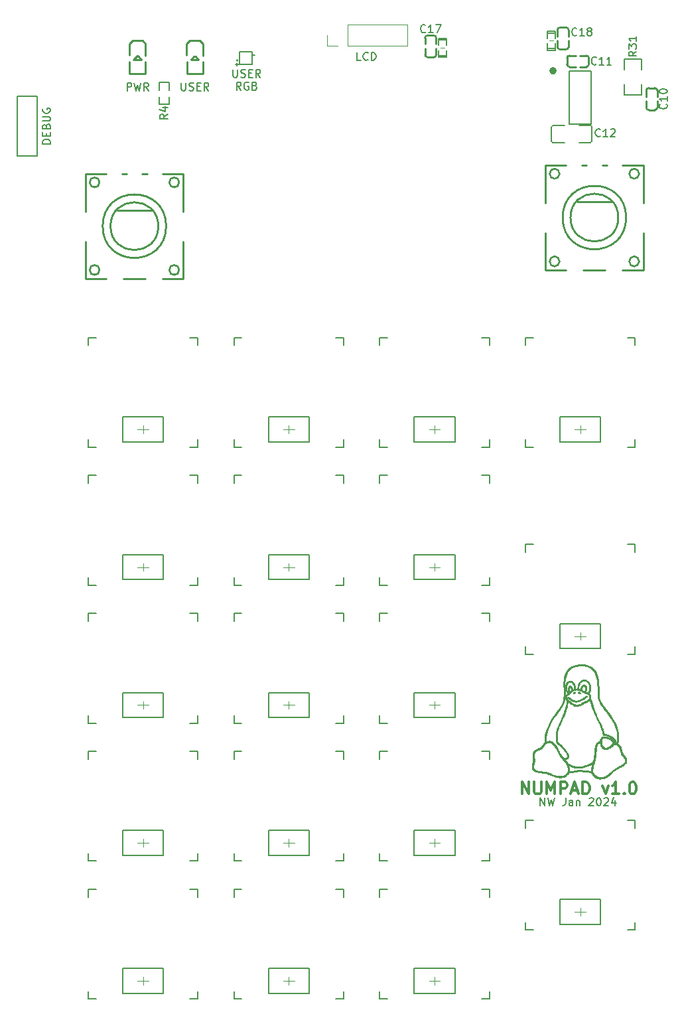
<source format=gto>
G04 #@! TF.GenerationSoftware,KiCad,Pcbnew,8.0.7*
G04 #@! TF.CreationDate,2025-01-13T19:24:39-05:00*
G04 #@! TF.ProjectId,numpad,6e756d70-6164-42e6-9b69-6361645f7063,rev?*
G04 #@! TF.SameCoordinates,Original*
G04 #@! TF.FileFunction,Legend,Top*
G04 #@! TF.FilePolarity,Positive*
%FSLAX46Y46*%
G04 Gerber Fmt 4.6, Leading zero omitted, Abs format (unit mm)*
G04 Created by KiCad (PCBNEW 8.0.7) date 2025-01-13 19:24:39*
%MOMM*%
%LPD*%
G01*
G04 APERTURE LIST*
%ADD10C,0.200000*%
%ADD11C,0.150000*%
%ADD12C,0.304800*%
%ADD13C,0.100000*%
%ADD14C,0.250000*%
%ADD15C,0.050000*%
%ADD16C,0.500000*%
%ADD17C,0.120000*%
%ADD18C,1.701800*%
%ADD19C,3.000000*%
%ADD20C,3.429000*%
%ADD21C,0.990600*%
%ADD22R,1.400000X1.000000*%
%ADD23R,0.900000X0.800000*%
%ADD24R,0.800000X0.900000*%
%ADD25R,0.600000X0.600000*%
%ADD26C,4.000000*%
%ADD27C,7.500000*%
%ADD28R,2.460000X1.050000*%
%ADD29R,2.460000X3.540000*%
%ADD30R,1.700000X1.700000*%
%ADD31O,1.700000X1.700000*%
%ADD32R,1.800000X1.570000*%
%ADD33C,1.800000*%
%ADD34R,1.490000X1.730000*%
%ADD35C,1.520000*%
%ADD36O,2.600000X3.000000*%
%ADD37R,0.450000X0.450000*%
%ADD38R,1.700000X1.210000*%
%ADD39R,0.860000X0.810000*%
%ADD40C,0.700000*%
%ADD41O,1.200000X1.800000*%
%ADD42O,1.100000X2.000000*%
G04 APERTURE END LIST*
D10*
X112890476Y-135367219D02*
X112890476Y-134367219D01*
X112890476Y-134367219D02*
X113461904Y-135367219D01*
X113461904Y-135367219D02*
X113461904Y-134367219D01*
X113842857Y-134367219D02*
X114080952Y-135367219D01*
X114080952Y-135367219D02*
X114271428Y-134652933D01*
X114271428Y-134652933D02*
X114461904Y-135367219D01*
X114461904Y-135367219D02*
X114700000Y-134367219D01*
X116128571Y-134367219D02*
X116128571Y-135081504D01*
X116128571Y-135081504D02*
X116080952Y-135224361D01*
X116080952Y-135224361D02*
X115985714Y-135319600D01*
X115985714Y-135319600D02*
X115842857Y-135367219D01*
X115842857Y-135367219D02*
X115747619Y-135367219D01*
X117033333Y-135367219D02*
X117033333Y-134843409D01*
X117033333Y-134843409D02*
X116985714Y-134748171D01*
X116985714Y-134748171D02*
X116890476Y-134700552D01*
X116890476Y-134700552D02*
X116700000Y-134700552D01*
X116700000Y-134700552D02*
X116604762Y-134748171D01*
X117033333Y-135319600D02*
X116938095Y-135367219D01*
X116938095Y-135367219D02*
X116700000Y-135367219D01*
X116700000Y-135367219D02*
X116604762Y-135319600D01*
X116604762Y-135319600D02*
X116557143Y-135224361D01*
X116557143Y-135224361D02*
X116557143Y-135129123D01*
X116557143Y-135129123D02*
X116604762Y-135033885D01*
X116604762Y-135033885D02*
X116700000Y-134986266D01*
X116700000Y-134986266D02*
X116938095Y-134986266D01*
X116938095Y-134986266D02*
X117033333Y-134938647D01*
X117509524Y-134700552D02*
X117509524Y-135367219D01*
X117509524Y-134795790D02*
X117557143Y-134748171D01*
X117557143Y-134748171D02*
X117652381Y-134700552D01*
X117652381Y-134700552D02*
X117795238Y-134700552D01*
X117795238Y-134700552D02*
X117890476Y-134748171D01*
X117890476Y-134748171D02*
X117938095Y-134843409D01*
X117938095Y-134843409D02*
X117938095Y-135367219D01*
X119128572Y-134462457D02*
X119176191Y-134414838D01*
X119176191Y-134414838D02*
X119271429Y-134367219D01*
X119271429Y-134367219D02*
X119509524Y-134367219D01*
X119509524Y-134367219D02*
X119604762Y-134414838D01*
X119604762Y-134414838D02*
X119652381Y-134462457D01*
X119652381Y-134462457D02*
X119700000Y-134557695D01*
X119700000Y-134557695D02*
X119700000Y-134652933D01*
X119700000Y-134652933D02*
X119652381Y-134795790D01*
X119652381Y-134795790D02*
X119080953Y-135367219D01*
X119080953Y-135367219D02*
X119700000Y-135367219D01*
X120319048Y-134367219D02*
X120414286Y-134367219D01*
X120414286Y-134367219D02*
X120509524Y-134414838D01*
X120509524Y-134414838D02*
X120557143Y-134462457D01*
X120557143Y-134462457D02*
X120604762Y-134557695D01*
X120604762Y-134557695D02*
X120652381Y-134748171D01*
X120652381Y-134748171D02*
X120652381Y-134986266D01*
X120652381Y-134986266D02*
X120604762Y-135176742D01*
X120604762Y-135176742D02*
X120557143Y-135271980D01*
X120557143Y-135271980D02*
X120509524Y-135319600D01*
X120509524Y-135319600D02*
X120414286Y-135367219D01*
X120414286Y-135367219D02*
X120319048Y-135367219D01*
X120319048Y-135367219D02*
X120223810Y-135319600D01*
X120223810Y-135319600D02*
X120176191Y-135271980D01*
X120176191Y-135271980D02*
X120128572Y-135176742D01*
X120128572Y-135176742D02*
X120080953Y-134986266D01*
X120080953Y-134986266D02*
X120080953Y-134748171D01*
X120080953Y-134748171D02*
X120128572Y-134557695D01*
X120128572Y-134557695D02*
X120176191Y-134462457D01*
X120176191Y-134462457D02*
X120223810Y-134414838D01*
X120223810Y-134414838D02*
X120319048Y-134367219D01*
X121033334Y-134462457D02*
X121080953Y-134414838D01*
X121080953Y-134414838D02*
X121176191Y-134367219D01*
X121176191Y-134367219D02*
X121414286Y-134367219D01*
X121414286Y-134367219D02*
X121509524Y-134414838D01*
X121509524Y-134414838D02*
X121557143Y-134462457D01*
X121557143Y-134462457D02*
X121604762Y-134557695D01*
X121604762Y-134557695D02*
X121604762Y-134652933D01*
X121604762Y-134652933D02*
X121557143Y-134795790D01*
X121557143Y-134795790D02*
X120985715Y-135367219D01*
X120985715Y-135367219D02*
X121604762Y-135367219D01*
X122461905Y-134700552D02*
X122461905Y-135367219D01*
X122223810Y-134319600D02*
X121985715Y-135033885D01*
X121985715Y-135033885D02*
X122604762Y-135033885D01*
D11*
X73685714Y-41459875D02*
X73685714Y-42269398D01*
X73685714Y-42269398D02*
X73733333Y-42364636D01*
X73733333Y-42364636D02*
X73780952Y-42412256D01*
X73780952Y-42412256D02*
X73876190Y-42459875D01*
X73876190Y-42459875D02*
X74066666Y-42459875D01*
X74066666Y-42459875D02*
X74161904Y-42412256D01*
X74161904Y-42412256D02*
X74209523Y-42364636D01*
X74209523Y-42364636D02*
X74257142Y-42269398D01*
X74257142Y-42269398D02*
X74257142Y-41459875D01*
X74685714Y-42412256D02*
X74828571Y-42459875D01*
X74828571Y-42459875D02*
X75066666Y-42459875D01*
X75066666Y-42459875D02*
X75161904Y-42412256D01*
X75161904Y-42412256D02*
X75209523Y-42364636D01*
X75209523Y-42364636D02*
X75257142Y-42269398D01*
X75257142Y-42269398D02*
X75257142Y-42174160D01*
X75257142Y-42174160D02*
X75209523Y-42078922D01*
X75209523Y-42078922D02*
X75161904Y-42031303D01*
X75161904Y-42031303D02*
X75066666Y-41983684D01*
X75066666Y-41983684D02*
X74876190Y-41936065D01*
X74876190Y-41936065D02*
X74780952Y-41888446D01*
X74780952Y-41888446D02*
X74733333Y-41840827D01*
X74733333Y-41840827D02*
X74685714Y-41745589D01*
X74685714Y-41745589D02*
X74685714Y-41650351D01*
X74685714Y-41650351D02*
X74733333Y-41555113D01*
X74733333Y-41555113D02*
X74780952Y-41507494D01*
X74780952Y-41507494D02*
X74876190Y-41459875D01*
X74876190Y-41459875D02*
X75114285Y-41459875D01*
X75114285Y-41459875D02*
X75257142Y-41507494D01*
X75685714Y-41936065D02*
X76019047Y-41936065D01*
X76161904Y-42459875D02*
X75685714Y-42459875D01*
X75685714Y-42459875D02*
X75685714Y-41459875D01*
X75685714Y-41459875D02*
X76161904Y-41459875D01*
X77161904Y-42459875D02*
X76828571Y-41983684D01*
X76590476Y-42459875D02*
X76590476Y-41459875D01*
X76590476Y-41459875D02*
X76971428Y-41459875D01*
X76971428Y-41459875D02*
X77066666Y-41507494D01*
X77066666Y-41507494D02*
X77114285Y-41555113D01*
X77114285Y-41555113D02*
X77161904Y-41650351D01*
X77161904Y-41650351D02*
X77161904Y-41793208D01*
X77161904Y-41793208D02*
X77114285Y-41888446D01*
X77114285Y-41888446D02*
X77066666Y-41936065D01*
X77066666Y-41936065D02*
X76971428Y-41983684D01*
X76971428Y-41983684D02*
X76590476Y-41983684D01*
X74709523Y-44069819D02*
X74376190Y-43593628D01*
X74138095Y-44069819D02*
X74138095Y-43069819D01*
X74138095Y-43069819D02*
X74519047Y-43069819D01*
X74519047Y-43069819D02*
X74614285Y-43117438D01*
X74614285Y-43117438D02*
X74661904Y-43165057D01*
X74661904Y-43165057D02*
X74709523Y-43260295D01*
X74709523Y-43260295D02*
X74709523Y-43403152D01*
X74709523Y-43403152D02*
X74661904Y-43498390D01*
X74661904Y-43498390D02*
X74614285Y-43546009D01*
X74614285Y-43546009D02*
X74519047Y-43593628D01*
X74519047Y-43593628D02*
X74138095Y-43593628D01*
X75661904Y-43117438D02*
X75566666Y-43069819D01*
X75566666Y-43069819D02*
X75423809Y-43069819D01*
X75423809Y-43069819D02*
X75280952Y-43117438D01*
X75280952Y-43117438D02*
X75185714Y-43212676D01*
X75185714Y-43212676D02*
X75138095Y-43307914D01*
X75138095Y-43307914D02*
X75090476Y-43498390D01*
X75090476Y-43498390D02*
X75090476Y-43641247D01*
X75090476Y-43641247D02*
X75138095Y-43831723D01*
X75138095Y-43831723D02*
X75185714Y-43926961D01*
X75185714Y-43926961D02*
X75280952Y-44022200D01*
X75280952Y-44022200D02*
X75423809Y-44069819D01*
X75423809Y-44069819D02*
X75519047Y-44069819D01*
X75519047Y-44069819D02*
X75661904Y-44022200D01*
X75661904Y-44022200D02*
X75709523Y-43974580D01*
X75709523Y-43974580D02*
X75709523Y-43641247D01*
X75709523Y-43641247D02*
X75519047Y-43641247D01*
X76471428Y-43546009D02*
X76614285Y-43593628D01*
X76614285Y-43593628D02*
X76661904Y-43641247D01*
X76661904Y-43641247D02*
X76709523Y-43736485D01*
X76709523Y-43736485D02*
X76709523Y-43879342D01*
X76709523Y-43879342D02*
X76661904Y-43974580D01*
X76661904Y-43974580D02*
X76614285Y-44022200D01*
X76614285Y-44022200D02*
X76519047Y-44069819D01*
X76519047Y-44069819D02*
X76138095Y-44069819D01*
X76138095Y-44069819D02*
X76138095Y-43069819D01*
X76138095Y-43069819D02*
X76471428Y-43069819D01*
X76471428Y-43069819D02*
X76566666Y-43117438D01*
X76566666Y-43117438D02*
X76614285Y-43165057D01*
X76614285Y-43165057D02*
X76661904Y-43260295D01*
X76661904Y-43260295D02*
X76661904Y-43355533D01*
X76661904Y-43355533D02*
X76614285Y-43450771D01*
X76614285Y-43450771D02*
X76566666Y-43498390D01*
X76566666Y-43498390D02*
X76471428Y-43546009D01*
X76471428Y-43546009D02*
X76138095Y-43546009D01*
X50369819Y-50938094D02*
X49369819Y-50938094D01*
X49369819Y-50938094D02*
X49369819Y-50699999D01*
X49369819Y-50699999D02*
X49417438Y-50557142D01*
X49417438Y-50557142D02*
X49512676Y-50461904D01*
X49512676Y-50461904D02*
X49607914Y-50414285D01*
X49607914Y-50414285D02*
X49798390Y-50366666D01*
X49798390Y-50366666D02*
X49941247Y-50366666D01*
X49941247Y-50366666D02*
X50131723Y-50414285D01*
X50131723Y-50414285D02*
X50226961Y-50461904D01*
X50226961Y-50461904D02*
X50322200Y-50557142D01*
X50322200Y-50557142D02*
X50369819Y-50699999D01*
X50369819Y-50699999D02*
X50369819Y-50938094D01*
X49846009Y-49938094D02*
X49846009Y-49604761D01*
X50369819Y-49461904D02*
X50369819Y-49938094D01*
X50369819Y-49938094D02*
X49369819Y-49938094D01*
X49369819Y-49938094D02*
X49369819Y-49461904D01*
X49846009Y-48699999D02*
X49893628Y-48557142D01*
X49893628Y-48557142D02*
X49941247Y-48509523D01*
X49941247Y-48509523D02*
X50036485Y-48461904D01*
X50036485Y-48461904D02*
X50179342Y-48461904D01*
X50179342Y-48461904D02*
X50274580Y-48509523D01*
X50274580Y-48509523D02*
X50322200Y-48557142D01*
X50322200Y-48557142D02*
X50369819Y-48652380D01*
X50369819Y-48652380D02*
X50369819Y-49033332D01*
X50369819Y-49033332D02*
X49369819Y-49033332D01*
X49369819Y-49033332D02*
X49369819Y-48699999D01*
X49369819Y-48699999D02*
X49417438Y-48604761D01*
X49417438Y-48604761D02*
X49465057Y-48557142D01*
X49465057Y-48557142D02*
X49560295Y-48509523D01*
X49560295Y-48509523D02*
X49655533Y-48509523D01*
X49655533Y-48509523D02*
X49750771Y-48557142D01*
X49750771Y-48557142D02*
X49798390Y-48604761D01*
X49798390Y-48604761D02*
X49846009Y-48699999D01*
X49846009Y-48699999D02*
X49846009Y-49033332D01*
X49369819Y-48033332D02*
X50179342Y-48033332D01*
X50179342Y-48033332D02*
X50274580Y-47985713D01*
X50274580Y-47985713D02*
X50322200Y-47938094D01*
X50322200Y-47938094D02*
X50369819Y-47842856D01*
X50369819Y-47842856D02*
X50369819Y-47652380D01*
X50369819Y-47652380D02*
X50322200Y-47557142D01*
X50322200Y-47557142D02*
X50274580Y-47509523D01*
X50274580Y-47509523D02*
X50179342Y-47461904D01*
X50179342Y-47461904D02*
X49369819Y-47461904D01*
X49417438Y-46461904D02*
X49369819Y-46557142D01*
X49369819Y-46557142D02*
X49369819Y-46699999D01*
X49369819Y-46699999D02*
X49417438Y-46842856D01*
X49417438Y-46842856D02*
X49512676Y-46938094D01*
X49512676Y-46938094D02*
X49607914Y-46985713D01*
X49607914Y-46985713D02*
X49798390Y-47033332D01*
X49798390Y-47033332D02*
X49941247Y-47033332D01*
X49941247Y-47033332D02*
X50131723Y-46985713D01*
X50131723Y-46985713D02*
X50226961Y-46938094D01*
X50226961Y-46938094D02*
X50322200Y-46842856D01*
X50322200Y-46842856D02*
X50369819Y-46699999D01*
X50369819Y-46699999D02*
X50369819Y-46604761D01*
X50369819Y-46604761D02*
X50322200Y-46461904D01*
X50322200Y-46461904D02*
X50274580Y-46414285D01*
X50274580Y-46414285D02*
X49941247Y-46414285D01*
X49941247Y-46414285D02*
X49941247Y-46604761D01*
X90009523Y-40269819D02*
X89533333Y-40269819D01*
X89533333Y-40269819D02*
X89533333Y-39269819D01*
X90914285Y-40174580D02*
X90866666Y-40222200D01*
X90866666Y-40222200D02*
X90723809Y-40269819D01*
X90723809Y-40269819D02*
X90628571Y-40269819D01*
X90628571Y-40269819D02*
X90485714Y-40222200D01*
X90485714Y-40222200D02*
X90390476Y-40126961D01*
X90390476Y-40126961D02*
X90342857Y-40031723D01*
X90342857Y-40031723D02*
X90295238Y-39841247D01*
X90295238Y-39841247D02*
X90295238Y-39698390D01*
X90295238Y-39698390D02*
X90342857Y-39507914D01*
X90342857Y-39507914D02*
X90390476Y-39412676D01*
X90390476Y-39412676D02*
X90485714Y-39317438D01*
X90485714Y-39317438D02*
X90628571Y-39269819D01*
X90628571Y-39269819D02*
X90723809Y-39269819D01*
X90723809Y-39269819D02*
X90866666Y-39317438D01*
X90866666Y-39317438D02*
X90914285Y-39365057D01*
X91342857Y-40269819D02*
X91342857Y-39269819D01*
X91342857Y-39269819D02*
X91580952Y-39269819D01*
X91580952Y-39269819D02*
X91723809Y-39317438D01*
X91723809Y-39317438D02*
X91819047Y-39412676D01*
X91819047Y-39412676D02*
X91866666Y-39507914D01*
X91866666Y-39507914D02*
X91914285Y-39698390D01*
X91914285Y-39698390D02*
X91914285Y-39841247D01*
X91914285Y-39841247D02*
X91866666Y-40031723D01*
X91866666Y-40031723D02*
X91819047Y-40126961D01*
X91819047Y-40126961D02*
X91723809Y-40222200D01*
X91723809Y-40222200D02*
X91580952Y-40269819D01*
X91580952Y-40269819D02*
X91342857Y-40269819D01*
D12*
X110542857Y-133897641D02*
X110542857Y-132373641D01*
X110542857Y-132373641D02*
X111413714Y-133897641D01*
X111413714Y-133897641D02*
X111413714Y-132373641D01*
X112139428Y-132373641D02*
X112139428Y-133607355D01*
X112139428Y-133607355D02*
X112211999Y-133752498D01*
X112211999Y-133752498D02*
X112284571Y-133825070D01*
X112284571Y-133825070D02*
X112429713Y-133897641D01*
X112429713Y-133897641D02*
X112719999Y-133897641D01*
X112719999Y-133897641D02*
X112865142Y-133825070D01*
X112865142Y-133825070D02*
X112937713Y-133752498D01*
X112937713Y-133752498D02*
X113010285Y-133607355D01*
X113010285Y-133607355D02*
X113010285Y-132373641D01*
X113735999Y-133897641D02*
X113735999Y-132373641D01*
X113735999Y-132373641D02*
X114243999Y-133462212D01*
X114243999Y-133462212D02*
X114751999Y-132373641D01*
X114751999Y-132373641D02*
X114751999Y-133897641D01*
X115477713Y-133897641D02*
X115477713Y-132373641D01*
X115477713Y-132373641D02*
X116058284Y-132373641D01*
X116058284Y-132373641D02*
X116203427Y-132446212D01*
X116203427Y-132446212D02*
X116275998Y-132518784D01*
X116275998Y-132518784D02*
X116348570Y-132663927D01*
X116348570Y-132663927D02*
X116348570Y-132881641D01*
X116348570Y-132881641D02*
X116275998Y-133026784D01*
X116275998Y-133026784D02*
X116203427Y-133099355D01*
X116203427Y-133099355D02*
X116058284Y-133171927D01*
X116058284Y-133171927D02*
X115477713Y-133171927D01*
X116929141Y-133462212D02*
X117654856Y-133462212D01*
X116783998Y-133897641D02*
X117291998Y-132373641D01*
X117291998Y-132373641D02*
X117799998Y-133897641D01*
X118307999Y-133897641D02*
X118307999Y-132373641D01*
X118307999Y-132373641D02*
X118670856Y-132373641D01*
X118670856Y-132373641D02*
X118888570Y-132446212D01*
X118888570Y-132446212D02*
X119033713Y-132591355D01*
X119033713Y-132591355D02*
X119106284Y-132736498D01*
X119106284Y-132736498D02*
X119178856Y-133026784D01*
X119178856Y-133026784D02*
X119178856Y-133244498D01*
X119178856Y-133244498D02*
X119106284Y-133534784D01*
X119106284Y-133534784D02*
X119033713Y-133679927D01*
X119033713Y-133679927D02*
X118888570Y-133825070D01*
X118888570Y-133825070D02*
X118670856Y-133897641D01*
X118670856Y-133897641D02*
X118307999Y-133897641D01*
X120847999Y-132881641D02*
X121210856Y-133897641D01*
X121210856Y-133897641D02*
X121573713Y-132881641D01*
X122952570Y-133897641D02*
X122081713Y-133897641D01*
X122517142Y-133897641D02*
X122517142Y-132373641D01*
X122517142Y-132373641D02*
X122371999Y-132591355D01*
X122371999Y-132591355D02*
X122226856Y-132736498D01*
X122226856Y-132736498D02*
X122081713Y-132809070D01*
X123605714Y-133752498D02*
X123678285Y-133825070D01*
X123678285Y-133825070D02*
X123605714Y-133897641D01*
X123605714Y-133897641D02*
X123533142Y-133825070D01*
X123533142Y-133825070D02*
X123605714Y-133752498D01*
X123605714Y-133752498D02*
X123605714Y-133897641D01*
X124621713Y-132373641D02*
X124766856Y-132373641D01*
X124766856Y-132373641D02*
X124911999Y-132446212D01*
X124911999Y-132446212D02*
X124984571Y-132518784D01*
X124984571Y-132518784D02*
X125057142Y-132663927D01*
X125057142Y-132663927D02*
X125129713Y-132954212D01*
X125129713Y-132954212D02*
X125129713Y-133317070D01*
X125129713Y-133317070D02*
X125057142Y-133607355D01*
X125057142Y-133607355D02*
X124984571Y-133752498D01*
X124984571Y-133752498D02*
X124911999Y-133825070D01*
X124911999Y-133825070D02*
X124766856Y-133897641D01*
X124766856Y-133897641D02*
X124621713Y-133897641D01*
X124621713Y-133897641D02*
X124476571Y-133825070D01*
X124476571Y-133825070D02*
X124403999Y-133752498D01*
X124403999Y-133752498D02*
X124331428Y-133607355D01*
X124331428Y-133607355D02*
X124258856Y-133317070D01*
X124258856Y-133317070D02*
X124258856Y-132954212D01*
X124258856Y-132954212D02*
X124331428Y-132663927D01*
X124331428Y-132663927D02*
X124403999Y-132518784D01*
X124403999Y-132518784D02*
X124476571Y-132446212D01*
X124476571Y-132446212D02*
X124621713Y-132373641D01*
D11*
X60166667Y-44154819D02*
X60166667Y-43154819D01*
X60166667Y-43154819D02*
X60547619Y-43154819D01*
X60547619Y-43154819D02*
X60642857Y-43202438D01*
X60642857Y-43202438D02*
X60690476Y-43250057D01*
X60690476Y-43250057D02*
X60738095Y-43345295D01*
X60738095Y-43345295D02*
X60738095Y-43488152D01*
X60738095Y-43488152D02*
X60690476Y-43583390D01*
X60690476Y-43583390D02*
X60642857Y-43631009D01*
X60642857Y-43631009D02*
X60547619Y-43678628D01*
X60547619Y-43678628D02*
X60166667Y-43678628D01*
X61071429Y-43154819D02*
X61309524Y-44154819D01*
X61309524Y-44154819D02*
X61500000Y-43440533D01*
X61500000Y-43440533D02*
X61690476Y-44154819D01*
X61690476Y-44154819D02*
X61928572Y-43154819D01*
X62880952Y-44154819D02*
X62547619Y-43678628D01*
X62309524Y-44154819D02*
X62309524Y-43154819D01*
X62309524Y-43154819D02*
X62690476Y-43154819D01*
X62690476Y-43154819D02*
X62785714Y-43202438D01*
X62785714Y-43202438D02*
X62833333Y-43250057D01*
X62833333Y-43250057D02*
X62880952Y-43345295D01*
X62880952Y-43345295D02*
X62880952Y-43488152D01*
X62880952Y-43488152D02*
X62833333Y-43583390D01*
X62833333Y-43583390D02*
X62785714Y-43631009D01*
X62785714Y-43631009D02*
X62690476Y-43678628D01*
X62690476Y-43678628D02*
X62309524Y-43678628D01*
X98257142Y-36659580D02*
X98209523Y-36707200D01*
X98209523Y-36707200D02*
X98066666Y-36754819D01*
X98066666Y-36754819D02*
X97971428Y-36754819D01*
X97971428Y-36754819D02*
X97828571Y-36707200D01*
X97828571Y-36707200D02*
X97733333Y-36611961D01*
X97733333Y-36611961D02*
X97685714Y-36516723D01*
X97685714Y-36516723D02*
X97638095Y-36326247D01*
X97638095Y-36326247D02*
X97638095Y-36183390D01*
X97638095Y-36183390D02*
X97685714Y-35992914D01*
X97685714Y-35992914D02*
X97733333Y-35897676D01*
X97733333Y-35897676D02*
X97828571Y-35802438D01*
X97828571Y-35802438D02*
X97971428Y-35754819D01*
X97971428Y-35754819D02*
X98066666Y-35754819D01*
X98066666Y-35754819D02*
X98209523Y-35802438D01*
X98209523Y-35802438D02*
X98257142Y-35850057D01*
X99209523Y-36754819D02*
X98638095Y-36754819D01*
X98923809Y-36754819D02*
X98923809Y-35754819D01*
X98923809Y-35754819D02*
X98828571Y-35897676D01*
X98828571Y-35897676D02*
X98733333Y-35992914D01*
X98733333Y-35992914D02*
X98638095Y-36040533D01*
X99542857Y-35754819D02*
X100209523Y-35754819D01*
X100209523Y-35754819D02*
X99780952Y-36754819D01*
X120052142Y-40758580D02*
X120004523Y-40806200D01*
X120004523Y-40806200D02*
X119861666Y-40853819D01*
X119861666Y-40853819D02*
X119766428Y-40853819D01*
X119766428Y-40853819D02*
X119623571Y-40806200D01*
X119623571Y-40806200D02*
X119528333Y-40710961D01*
X119528333Y-40710961D02*
X119480714Y-40615723D01*
X119480714Y-40615723D02*
X119433095Y-40425247D01*
X119433095Y-40425247D02*
X119433095Y-40282390D01*
X119433095Y-40282390D02*
X119480714Y-40091914D01*
X119480714Y-40091914D02*
X119528333Y-39996676D01*
X119528333Y-39996676D02*
X119623571Y-39901438D01*
X119623571Y-39901438D02*
X119766428Y-39853819D01*
X119766428Y-39853819D02*
X119861666Y-39853819D01*
X119861666Y-39853819D02*
X120004523Y-39901438D01*
X120004523Y-39901438D02*
X120052142Y-39949057D01*
X121004523Y-40853819D02*
X120433095Y-40853819D01*
X120718809Y-40853819D02*
X120718809Y-39853819D01*
X120718809Y-39853819D02*
X120623571Y-39996676D01*
X120623571Y-39996676D02*
X120528333Y-40091914D01*
X120528333Y-40091914D02*
X120433095Y-40139533D01*
X121956904Y-40853819D02*
X121385476Y-40853819D01*
X121671190Y-40853819D02*
X121671190Y-39853819D01*
X121671190Y-39853819D02*
X121575952Y-39996676D01*
X121575952Y-39996676D02*
X121480714Y-40091914D01*
X121480714Y-40091914D02*
X121385476Y-40139533D01*
X67085714Y-43154819D02*
X67085714Y-43964342D01*
X67085714Y-43964342D02*
X67133333Y-44059580D01*
X67133333Y-44059580D02*
X67180952Y-44107200D01*
X67180952Y-44107200D02*
X67276190Y-44154819D01*
X67276190Y-44154819D02*
X67466666Y-44154819D01*
X67466666Y-44154819D02*
X67561904Y-44107200D01*
X67561904Y-44107200D02*
X67609523Y-44059580D01*
X67609523Y-44059580D02*
X67657142Y-43964342D01*
X67657142Y-43964342D02*
X67657142Y-43154819D01*
X68085714Y-44107200D02*
X68228571Y-44154819D01*
X68228571Y-44154819D02*
X68466666Y-44154819D01*
X68466666Y-44154819D02*
X68561904Y-44107200D01*
X68561904Y-44107200D02*
X68609523Y-44059580D01*
X68609523Y-44059580D02*
X68657142Y-43964342D01*
X68657142Y-43964342D02*
X68657142Y-43869104D01*
X68657142Y-43869104D02*
X68609523Y-43773866D01*
X68609523Y-43773866D02*
X68561904Y-43726247D01*
X68561904Y-43726247D02*
X68466666Y-43678628D01*
X68466666Y-43678628D02*
X68276190Y-43631009D01*
X68276190Y-43631009D02*
X68180952Y-43583390D01*
X68180952Y-43583390D02*
X68133333Y-43535771D01*
X68133333Y-43535771D02*
X68085714Y-43440533D01*
X68085714Y-43440533D02*
X68085714Y-43345295D01*
X68085714Y-43345295D02*
X68133333Y-43250057D01*
X68133333Y-43250057D02*
X68180952Y-43202438D01*
X68180952Y-43202438D02*
X68276190Y-43154819D01*
X68276190Y-43154819D02*
X68514285Y-43154819D01*
X68514285Y-43154819D02*
X68657142Y-43202438D01*
X69085714Y-43631009D02*
X69419047Y-43631009D01*
X69561904Y-44154819D02*
X69085714Y-44154819D01*
X69085714Y-44154819D02*
X69085714Y-43154819D01*
X69085714Y-43154819D02*
X69561904Y-43154819D01*
X70561904Y-44154819D02*
X70228571Y-43678628D01*
X69990476Y-44154819D02*
X69990476Y-43154819D01*
X69990476Y-43154819D02*
X70371428Y-43154819D01*
X70371428Y-43154819D02*
X70466666Y-43202438D01*
X70466666Y-43202438D02*
X70514285Y-43250057D01*
X70514285Y-43250057D02*
X70561904Y-43345295D01*
X70561904Y-43345295D02*
X70561904Y-43488152D01*
X70561904Y-43488152D02*
X70514285Y-43583390D01*
X70514285Y-43583390D02*
X70466666Y-43631009D01*
X70466666Y-43631009D02*
X70371428Y-43678628D01*
X70371428Y-43678628D02*
X69990476Y-43678628D01*
X117552142Y-37058580D02*
X117504523Y-37106200D01*
X117504523Y-37106200D02*
X117361666Y-37153819D01*
X117361666Y-37153819D02*
X117266428Y-37153819D01*
X117266428Y-37153819D02*
X117123571Y-37106200D01*
X117123571Y-37106200D02*
X117028333Y-37010961D01*
X117028333Y-37010961D02*
X116980714Y-36915723D01*
X116980714Y-36915723D02*
X116933095Y-36725247D01*
X116933095Y-36725247D02*
X116933095Y-36582390D01*
X116933095Y-36582390D02*
X116980714Y-36391914D01*
X116980714Y-36391914D02*
X117028333Y-36296676D01*
X117028333Y-36296676D02*
X117123571Y-36201438D01*
X117123571Y-36201438D02*
X117266428Y-36153819D01*
X117266428Y-36153819D02*
X117361666Y-36153819D01*
X117361666Y-36153819D02*
X117504523Y-36201438D01*
X117504523Y-36201438D02*
X117552142Y-36249057D01*
X118504523Y-37153819D02*
X117933095Y-37153819D01*
X118218809Y-37153819D02*
X118218809Y-36153819D01*
X118218809Y-36153819D02*
X118123571Y-36296676D01*
X118123571Y-36296676D02*
X118028333Y-36391914D01*
X118028333Y-36391914D02*
X117933095Y-36439533D01*
X119075952Y-36582390D02*
X118980714Y-36534771D01*
X118980714Y-36534771D02*
X118933095Y-36487152D01*
X118933095Y-36487152D02*
X118885476Y-36391914D01*
X118885476Y-36391914D02*
X118885476Y-36344295D01*
X118885476Y-36344295D02*
X118933095Y-36249057D01*
X118933095Y-36249057D02*
X118980714Y-36201438D01*
X118980714Y-36201438D02*
X119075952Y-36153819D01*
X119075952Y-36153819D02*
X119266428Y-36153819D01*
X119266428Y-36153819D02*
X119361666Y-36201438D01*
X119361666Y-36201438D02*
X119409285Y-36249057D01*
X119409285Y-36249057D02*
X119456904Y-36344295D01*
X119456904Y-36344295D02*
X119456904Y-36391914D01*
X119456904Y-36391914D02*
X119409285Y-36487152D01*
X119409285Y-36487152D02*
X119361666Y-36534771D01*
X119361666Y-36534771D02*
X119266428Y-36582390D01*
X119266428Y-36582390D02*
X119075952Y-36582390D01*
X119075952Y-36582390D02*
X118980714Y-36630009D01*
X118980714Y-36630009D02*
X118933095Y-36677628D01*
X118933095Y-36677628D02*
X118885476Y-36772866D01*
X118885476Y-36772866D02*
X118885476Y-36963342D01*
X118885476Y-36963342D02*
X118933095Y-37058580D01*
X118933095Y-37058580D02*
X118980714Y-37106200D01*
X118980714Y-37106200D02*
X119075952Y-37153819D01*
X119075952Y-37153819D02*
X119266428Y-37153819D01*
X119266428Y-37153819D02*
X119361666Y-37106200D01*
X119361666Y-37106200D02*
X119409285Y-37058580D01*
X119409285Y-37058580D02*
X119456904Y-36963342D01*
X119456904Y-36963342D02*
X119456904Y-36772866D01*
X119456904Y-36772866D02*
X119409285Y-36677628D01*
X119409285Y-36677628D02*
X119361666Y-36630009D01*
X119361666Y-36630009D02*
X119266428Y-36582390D01*
X120552142Y-49939276D02*
X120504523Y-49986896D01*
X120504523Y-49986896D02*
X120361666Y-50034515D01*
X120361666Y-50034515D02*
X120266428Y-50034515D01*
X120266428Y-50034515D02*
X120123571Y-49986896D01*
X120123571Y-49986896D02*
X120028333Y-49891657D01*
X120028333Y-49891657D02*
X119980714Y-49796419D01*
X119980714Y-49796419D02*
X119933095Y-49605943D01*
X119933095Y-49605943D02*
X119933095Y-49463086D01*
X119933095Y-49463086D02*
X119980714Y-49272610D01*
X119980714Y-49272610D02*
X120028333Y-49177372D01*
X120028333Y-49177372D02*
X120123571Y-49082134D01*
X120123571Y-49082134D02*
X120266428Y-49034515D01*
X120266428Y-49034515D02*
X120361666Y-49034515D01*
X120361666Y-49034515D02*
X120504523Y-49082134D01*
X120504523Y-49082134D02*
X120552142Y-49129753D01*
X121504523Y-50034515D02*
X120933095Y-50034515D01*
X121218809Y-50034515D02*
X121218809Y-49034515D01*
X121218809Y-49034515D02*
X121123571Y-49177372D01*
X121123571Y-49177372D02*
X121028333Y-49272610D01*
X121028333Y-49272610D02*
X120933095Y-49320229D01*
X121885476Y-49129753D02*
X121933095Y-49082134D01*
X121933095Y-49082134D02*
X122028333Y-49034515D01*
X122028333Y-49034515D02*
X122266428Y-49034515D01*
X122266428Y-49034515D02*
X122361666Y-49082134D01*
X122361666Y-49082134D02*
X122409285Y-49129753D01*
X122409285Y-49129753D02*
X122456904Y-49224991D01*
X122456904Y-49224991D02*
X122456904Y-49320229D01*
X122456904Y-49320229D02*
X122409285Y-49463086D01*
X122409285Y-49463086D02*
X121837857Y-50034515D01*
X121837857Y-50034515D02*
X122456904Y-50034515D01*
X128984580Y-45861857D02*
X129032200Y-45909476D01*
X129032200Y-45909476D02*
X129079819Y-46052333D01*
X129079819Y-46052333D02*
X129079819Y-46147571D01*
X129079819Y-46147571D02*
X129032200Y-46290428D01*
X129032200Y-46290428D02*
X128936961Y-46385666D01*
X128936961Y-46385666D02*
X128841723Y-46433285D01*
X128841723Y-46433285D02*
X128651247Y-46480904D01*
X128651247Y-46480904D02*
X128508390Y-46480904D01*
X128508390Y-46480904D02*
X128317914Y-46433285D01*
X128317914Y-46433285D02*
X128222676Y-46385666D01*
X128222676Y-46385666D02*
X128127438Y-46290428D01*
X128127438Y-46290428D02*
X128079819Y-46147571D01*
X128079819Y-46147571D02*
X128079819Y-46052333D01*
X128079819Y-46052333D02*
X128127438Y-45909476D01*
X128127438Y-45909476D02*
X128175057Y-45861857D01*
X129079819Y-44909476D02*
X129079819Y-45480904D01*
X129079819Y-45195190D02*
X128079819Y-45195190D01*
X128079819Y-45195190D02*
X128222676Y-45290428D01*
X128222676Y-45290428D02*
X128317914Y-45385666D01*
X128317914Y-45385666D02*
X128365533Y-45480904D01*
X128079819Y-44290428D02*
X128079819Y-44195190D01*
X128079819Y-44195190D02*
X128127438Y-44099952D01*
X128127438Y-44099952D02*
X128175057Y-44052333D01*
X128175057Y-44052333D02*
X128270295Y-44004714D01*
X128270295Y-44004714D02*
X128460771Y-43957095D01*
X128460771Y-43957095D02*
X128698866Y-43957095D01*
X128698866Y-43957095D02*
X128889342Y-44004714D01*
X128889342Y-44004714D02*
X128984580Y-44052333D01*
X128984580Y-44052333D02*
X129032200Y-44099952D01*
X129032200Y-44099952D02*
X129079819Y-44195190D01*
X129079819Y-44195190D02*
X129079819Y-44290428D01*
X129079819Y-44290428D02*
X129032200Y-44385666D01*
X129032200Y-44385666D02*
X128984580Y-44433285D01*
X128984580Y-44433285D02*
X128889342Y-44480904D01*
X128889342Y-44480904D02*
X128698866Y-44528523D01*
X128698866Y-44528523D02*
X128460771Y-44528523D01*
X128460771Y-44528523D02*
X128270295Y-44480904D01*
X128270295Y-44480904D02*
X128175057Y-44433285D01*
X128175057Y-44433285D02*
X128127438Y-44385666D01*
X128127438Y-44385666D02*
X128079819Y-44290428D01*
X125179819Y-39161857D02*
X124703628Y-39495190D01*
X125179819Y-39733285D02*
X124179819Y-39733285D01*
X124179819Y-39733285D02*
X124179819Y-39352333D01*
X124179819Y-39352333D02*
X124227438Y-39257095D01*
X124227438Y-39257095D02*
X124275057Y-39209476D01*
X124275057Y-39209476D02*
X124370295Y-39161857D01*
X124370295Y-39161857D02*
X124513152Y-39161857D01*
X124513152Y-39161857D02*
X124608390Y-39209476D01*
X124608390Y-39209476D02*
X124656009Y-39257095D01*
X124656009Y-39257095D02*
X124703628Y-39352333D01*
X124703628Y-39352333D02*
X124703628Y-39733285D01*
X124179819Y-38828523D02*
X124179819Y-38209476D01*
X124179819Y-38209476D02*
X124560771Y-38542809D01*
X124560771Y-38542809D02*
X124560771Y-38399952D01*
X124560771Y-38399952D02*
X124608390Y-38304714D01*
X124608390Y-38304714D02*
X124656009Y-38257095D01*
X124656009Y-38257095D02*
X124751247Y-38209476D01*
X124751247Y-38209476D02*
X124989342Y-38209476D01*
X124989342Y-38209476D02*
X125084580Y-38257095D01*
X125084580Y-38257095D02*
X125132200Y-38304714D01*
X125132200Y-38304714D02*
X125179819Y-38399952D01*
X125179819Y-38399952D02*
X125179819Y-38685666D01*
X125179819Y-38685666D02*
X125132200Y-38780904D01*
X125132200Y-38780904D02*
X125084580Y-38828523D01*
X125179819Y-37257095D02*
X125179819Y-37828523D01*
X125179819Y-37542809D02*
X124179819Y-37542809D01*
X124179819Y-37542809D02*
X124322676Y-37638047D01*
X124322676Y-37638047D02*
X124417914Y-37733285D01*
X124417914Y-37733285D02*
X124465533Y-37828523D01*
X65354819Y-47166666D02*
X64878628Y-47499999D01*
X65354819Y-47738094D02*
X64354819Y-47738094D01*
X64354819Y-47738094D02*
X64354819Y-47357142D01*
X64354819Y-47357142D02*
X64402438Y-47261904D01*
X64402438Y-47261904D02*
X64450057Y-47214285D01*
X64450057Y-47214285D02*
X64545295Y-47166666D01*
X64545295Y-47166666D02*
X64688152Y-47166666D01*
X64688152Y-47166666D02*
X64783390Y-47214285D01*
X64783390Y-47214285D02*
X64831009Y-47261904D01*
X64831009Y-47261904D02*
X64878628Y-47357142D01*
X64878628Y-47357142D02*
X64878628Y-47738094D01*
X64688152Y-46309523D02*
X65354819Y-46309523D01*
X64307200Y-46547618D02*
X65021485Y-46785713D01*
X65021485Y-46785713D02*
X65021485Y-46166666D01*
X92400000Y-75650000D02*
X93400000Y-75650000D01*
X92400000Y-76650000D02*
X92400000Y-75650000D01*
X92400000Y-89650000D02*
X92400000Y-88650000D01*
X92400000Y-89650000D02*
X93400000Y-89650000D01*
X93400000Y-75650000D02*
X92400000Y-75650000D01*
X96800000Y-85750000D02*
X96800000Y-88950000D01*
X96800000Y-88950000D02*
X102000000Y-88950000D01*
D13*
X99400000Y-87850000D02*
X99400000Y-86850000D01*
X100100000Y-87350000D02*
X98700000Y-87350000D01*
D11*
X102000000Y-85750000D02*
X96800000Y-85750000D01*
X102000000Y-85750000D02*
X102000000Y-88950000D01*
X105400000Y-89650000D02*
X106400000Y-89650000D01*
X106400000Y-75650000D02*
X105400000Y-75650000D01*
X106400000Y-75650000D02*
X106400000Y-76650000D01*
X106400000Y-88650000D02*
X106400000Y-89650000D01*
D14*
X60460000Y-38190000D02*
X60870000Y-37780000D01*
X60460000Y-39660000D02*
X60460000Y-38190000D01*
X60480000Y-40450000D02*
X60480000Y-42000000D01*
X60480000Y-42000000D02*
X62520000Y-42000000D01*
X60870000Y-37780000D02*
X62140000Y-37780000D01*
X61400000Y-39800000D02*
X61000000Y-40200000D01*
X61500000Y-39700000D02*
X61400000Y-39800000D01*
X61600000Y-39800000D02*
X61500000Y-39700000D01*
X62000000Y-40200000D02*
X61000000Y-40200000D01*
X62000000Y-40200000D02*
X61600000Y-39800000D01*
X62140000Y-37780000D02*
X62520000Y-38160000D01*
X62520000Y-38160000D02*
X62520000Y-39680000D01*
X62520000Y-42000000D02*
X62520000Y-40450000D01*
D11*
X111000000Y-75650000D02*
X112000000Y-75650000D01*
X111000000Y-76650000D02*
X111000000Y-75650000D01*
X111000000Y-89650000D02*
X111000000Y-88650000D01*
X111000000Y-89650000D02*
X112000000Y-89650000D01*
X112000000Y-75650000D02*
X111000000Y-75650000D01*
X115400000Y-85750000D02*
X115400000Y-88950000D01*
X115400000Y-88950000D02*
X120600000Y-88950000D01*
D13*
X118000000Y-87850000D02*
X118000000Y-86850000D01*
X118700000Y-87350000D02*
X117300000Y-87350000D01*
D11*
X120600000Y-85750000D02*
X115400000Y-85750000D01*
X120600000Y-85750000D02*
X120600000Y-88950000D01*
X124000000Y-89650000D02*
X125000000Y-89650000D01*
X125000000Y-75650000D02*
X124000000Y-75650000D01*
X125000000Y-75650000D02*
X125000000Y-76650000D01*
X125000000Y-88650000D02*
X125000000Y-89650000D01*
D14*
X98190000Y-38220000D02*
X98190000Y-37420000D01*
X98190000Y-38780000D02*
X98190000Y-39580000D01*
X98500000Y-37110000D02*
X99300000Y-37110000D01*
X99300000Y-39890000D02*
X98500000Y-39890000D01*
X99610000Y-38220000D02*
X99610000Y-37420000D01*
X99610000Y-38780000D02*
X99610000Y-39580000D01*
X98190000Y-37420000D02*
G75*
G02*
X98500000Y-37110000I310000J0D01*
G01*
X98500000Y-39890000D02*
G75*
G02*
X98190000Y-39580000I0J310000D01*
G01*
X99300000Y-37110000D02*
G75*
G02*
X99610000Y-37420000I0J-310000D01*
G01*
X99610000Y-39580000D02*
G75*
G02*
X99300000Y-39890000I-310000J0D01*
G01*
D11*
X55200000Y-75650000D02*
X56200000Y-75650000D01*
X55200000Y-76650000D02*
X55200000Y-75650000D01*
X55200000Y-89650000D02*
X55200000Y-88650000D01*
X55200000Y-89650000D02*
X56200000Y-89650000D01*
X56200000Y-75650000D02*
X55200000Y-75650000D01*
X59600000Y-85750000D02*
X59600000Y-88950000D01*
X59600000Y-88950000D02*
X64800000Y-88950000D01*
D13*
X62200000Y-87850000D02*
X62200000Y-86850000D01*
X62900000Y-87350000D02*
X61500000Y-87350000D01*
D11*
X64800000Y-85750000D02*
X59600000Y-85750000D01*
X64800000Y-85750000D02*
X64800000Y-88950000D01*
X68200000Y-89650000D02*
X69200000Y-89650000D01*
X69200000Y-75650000D02*
X68200000Y-75650000D01*
X69200000Y-75650000D02*
X69200000Y-76650000D01*
X69200000Y-88650000D02*
X69200000Y-89650000D01*
D14*
X116305000Y-40799000D02*
X116305000Y-39999000D01*
X117415000Y-39689000D02*
X116615000Y-39689000D01*
X117415000Y-41109000D02*
X116615000Y-41109000D01*
X117975000Y-39689000D02*
X118775000Y-39689000D01*
X117975000Y-41109000D02*
X118775000Y-41109000D01*
X119085000Y-39999000D02*
X119085000Y-40799000D01*
X116305000Y-39999000D02*
G75*
G02*
X116615000Y-39689000I310000J0D01*
G01*
X116615000Y-41109000D02*
G75*
G02*
X116305000Y-40799000I0J310000D01*
G01*
X118775000Y-39689000D02*
G75*
G02*
X119085000Y-39999000I0J-310000D01*
G01*
X119085000Y-40799000D02*
G75*
G02*
X118775000Y-41109000I-310000J0D01*
G01*
D11*
X99892000Y-37500000D02*
X100902000Y-37500000D01*
X99892000Y-37520000D02*
X99892000Y-38370000D01*
X99892000Y-39700000D02*
X100908000Y-39700000D01*
X99896000Y-39870000D02*
X99896000Y-39020000D01*
D15*
X100650000Y-38690000D02*
X100150000Y-38690000D01*
D11*
X100900000Y-37700000D02*
X99900000Y-37700000D01*
X100906000Y-39900000D02*
X99894000Y-39900000D01*
X100908000Y-38370000D02*
X100908000Y-37520000D01*
X100908000Y-39870000D02*
X100908000Y-39020000D01*
X73800000Y-146050000D02*
X74800000Y-146050000D01*
X73800000Y-147050000D02*
X73800000Y-146050000D01*
X73800000Y-160050000D02*
X73800000Y-159050000D01*
X73800000Y-160050000D02*
X74800000Y-160050000D01*
X74800000Y-146050000D02*
X73800000Y-146050000D01*
X78200000Y-156150000D02*
X78200000Y-159350000D01*
X78200000Y-159350000D02*
X83400000Y-159350000D01*
D13*
X80800000Y-158250000D02*
X80800000Y-157250000D01*
X81500000Y-157750000D02*
X80100000Y-157750000D01*
D11*
X83400000Y-156150000D02*
X78200000Y-156150000D01*
X83400000Y-156150000D02*
X83400000Y-159350000D01*
X86800000Y-160050000D02*
X87800000Y-160050000D01*
X87800000Y-146050000D02*
X86800000Y-146050000D01*
X87800000Y-146050000D02*
X87800000Y-147050000D01*
X87800000Y-159050000D02*
X87800000Y-160050000D01*
X92400000Y-93250000D02*
X93400000Y-93250000D01*
X92400000Y-94250000D02*
X92400000Y-93250000D01*
X92400000Y-107250000D02*
X92400000Y-106250000D01*
X92400000Y-107250000D02*
X93400000Y-107250000D01*
X93400000Y-93250000D02*
X92400000Y-93250000D01*
X96800000Y-103350000D02*
X96800000Y-106550000D01*
X96800000Y-106550000D02*
X102000000Y-106550000D01*
D13*
X99400000Y-105450000D02*
X99400000Y-104450000D01*
X100100000Y-104950000D02*
X98700000Y-104950000D01*
D11*
X102000000Y-103350000D02*
X96800000Y-103350000D01*
X102000000Y-103350000D02*
X102000000Y-106550000D01*
X105400000Y-107250000D02*
X106400000Y-107250000D01*
X106400000Y-93250000D02*
X105400000Y-93250000D01*
X106400000Y-93250000D02*
X106400000Y-94250000D01*
X106400000Y-106250000D02*
X106400000Y-107250000D01*
D14*
X67760000Y-38190000D02*
X68170000Y-37780000D01*
X67760000Y-39660000D02*
X67760000Y-38190000D01*
X67780000Y-40450000D02*
X67780000Y-42000000D01*
X67780000Y-42000000D02*
X69820000Y-42000000D01*
X68170000Y-37780000D02*
X69440000Y-37780000D01*
X68700000Y-39800000D02*
X68300000Y-40200000D01*
X68900000Y-39800000D02*
X68700000Y-39800000D01*
X69300000Y-40200000D02*
X68300000Y-40200000D01*
X69300000Y-40200000D02*
X68900000Y-39800000D01*
X69440000Y-37780000D02*
X69820000Y-38160000D01*
X69820000Y-38160000D02*
X69820000Y-39680000D01*
X69820000Y-42000000D02*
X69820000Y-40450000D01*
D11*
X111000000Y-137250000D02*
X112000000Y-137250000D01*
X111000000Y-138250000D02*
X111000000Y-137250000D01*
X111000000Y-151250000D02*
X111000000Y-150250000D01*
X111000000Y-151250000D02*
X112000000Y-151250000D01*
X112000000Y-137250000D02*
X111000000Y-137250000D01*
X115400000Y-147350000D02*
X115400000Y-150550000D01*
X115400000Y-150550000D02*
X120600000Y-150550000D01*
D13*
X118000000Y-149450000D02*
X118000000Y-148450000D01*
X118700000Y-148950000D02*
X117300000Y-148950000D01*
D11*
X120600000Y-147350000D02*
X115400000Y-147350000D01*
X120600000Y-147350000D02*
X120600000Y-150550000D01*
X124000000Y-151250000D02*
X125000000Y-151250000D01*
X125000000Y-137250000D02*
X124000000Y-137250000D01*
X125000000Y-137250000D02*
X125000000Y-138250000D01*
X125000000Y-150250000D02*
X125000000Y-151250000D01*
X113787000Y-36599000D02*
X114797000Y-36599000D01*
X113787000Y-36619000D02*
X113787000Y-37469000D01*
X113787000Y-38799000D02*
X114803000Y-38799000D01*
X113791000Y-38969000D02*
X113791000Y-38119000D01*
D15*
X114545000Y-37789000D02*
X114045000Y-37789000D01*
D11*
X114795000Y-36799000D02*
X113795000Y-36799000D01*
X114801000Y-38999000D02*
X113789000Y-38999000D01*
X114803000Y-37469000D02*
X114803000Y-36619000D01*
X114803000Y-38969000D02*
X114803000Y-38119000D01*
X73800000Y-110850000D02*
X74800000Y-110850000D01*
X73800000Y-111850000D02*
X73800000Y-110850000D01*
X73800000Y-124850000D02*
X73800000Y-123850000D01*
X73800000Y-124850000D02*
X74800000Y-124850000D01*
X74800000Y-110850000D02*
X73800000Y-110850000D01*
X78200000Y-120950000D02*
X78200000Y-124150000D01*
X78200000Y-124150000D02*
X83400000Y-124150000D01*
D13*
X80800000Y-123050000D02*
X80800000Y-122050000D01*
X81500000Y-122550000D02*
X80100000Y-122550000D01*
D11*
X83400000Y-120950000D02*
X78200000Y-120950000D01*
X83400000Y-120950000D02*
X83400000Y-124150000D01*
X86800000Y-124850000D02*
X87800000Y-124850000D01*
X87800000Y-110850000D02*
X86800000Y-110850000D01*
X87800000Y-110850000D02*
X87800000Y-111850000D01*
X87800000Y-123850000D02*
X87800000Y-124850000D01*
X73800000Y-75650000D02*
X74800000Y-75650000D01*
X73800000Y-76650000D02*
X73800000Y-75650000D01*
X73800000Y-89650000D02*
X73800000Y-88650000D01*
X73800000Y-89650000D02*
X74800000Y-89650000D01*
X74800000Y-75650000D02*
X73800000Y-75650000D01*
X78200000Y-85750000D02*
X78200000Y-88950000D01*
X78200000Y-88950000D02*
X83400000Y-88950000D01*
D13*
X80800000Y-87850000D02*
X80800000Y-86850000D01*
X81500000Y-87350000D02*
X80100000Y-87350000D01*
D11*
X83400000Y-85750000D02*
X78200000Y-85750000D01*
X83400000Y-85750000D02*
X83400000Y-88950000D01*
X86800000Y-89650000D02*
X87800000Y-89650000D01*
X87800000Y-75650000D02*
X86800000Y-75650000D01*
X87800000Y-75650000D02*
X87800000Y-76650000D01*
X87800000Y-88650000D02*
X87800000Y-89650000D01*
X111000000Y-102050000D02*
X112000000Y-102050000D01*
X111000000Y-103050000D02*
X111000000Y-102050000D01*
X111000000Y-116050000D02*
X111000000Y-115050000D01*
X111000000Y-116050000D02*
X112000000Y-116050000D01*
X112000000Y-102050000D02*
X111000000Y-102050000D01*
X115400000Y-112150000D02*
X115400000Y-115350000D01*
X115400000Y-115350000D02*
X120600000Y-115350000D01*
D13*
X118000000Y-114250000D02*
X118000000Y-113250000D01*
X118700000Y-113750000D02*
X117300000Y-113750000D01*
D11*
X120600000Y-112150000D02*
X115400000Y-112150000D01*
X120600000Y-112150000D02*
X120600000Y-115350000D01*
X124000000Y-116050000D02*
X125000000Y-116050000D01*
X125000000Y-102050000D02*
X124000000Y-102050000D01*
X125000000Y-102050000D02*
X125000000Y-103050000D01*
X125000000Y-115050000D02*
X125000000Y-116050000D01*
X92400000Y-146050000D02*
X93400000Y-146050000D01*
X92400000Y-147050000D02*
X92400000Y-146050000D01*
X92400000Y-160050000D02*
X92400000Y-159050000D01*
X92400000Y-160050000D02*
X93400000Y-160050000D01*
X93400000Y-146050000D02*
X92400000Y-146050000D01*
X96800000Y-156150000D02*
X96800000Y-159350000D01*
X96800000Y-159350000D02*
X102000000Y-159350000D01*
D13*
X99400000Y-158250000D02*
X99400000Y-157250000D01*
X100100000Y-157750000D02*
X98700000Y-157750000D01*
D11*
X102000000Y-156150000D02*
X96800000Y-156150000D01*
X102000000Y-156150000D02*
X102000000Y-159350000D01*
X105400000Y-160050000D02*
X106400000Y-160050000D01*
X106400000Y-146050000D02*
X105400000Y-146050000D01*
X106400000Y-146050000D02*
X106400000Y-147050000D01*
X106400000Y-159050000D02*
X106400000Y-160050000D01*
X55200000Y-128450000D02*
X56200000Y-128450000D01*
X55200000Y-129450000D02*
X55200000Y-128450000D01*
X55200000Y-142450000D02*
X55200000Y-141450000D01*
X55200000Y-142450000D02*
X56200000Y-142450000D01*
X56200000Y-128450000D02*
X55200000Y-128450000D01*
X59600000Y-138550000D02*
X59600000Y-141750000D01*
X59600000Y-141750000D02*
X64800000Y-141750000D01*
D13*
X62200000Y-140650000D02*
X62200000Y-139650000D01*
X62900000Y-140150000D02*
X61500000Y-140150000D01*
D11*
X64800000Y-138550000D02*
X59600000Y-138550000D01*
X64800000Y-138550000D02*
X64800000Y-141750000D01*
X68200000Y-142450000D02*
X69200000Y-142450000D01*
X69200000Y-128450000D02*
X68200000Y-128450000D01*
X69200000Y-128450000D02*
X69200000Y-129450000D01*
X69200000Y-141450000D02*
X69200000Y-142450000D01*
X116615000Y-41628304D02*
X119415000Y-41628304D01*
X116615000Y-48428304D02*
X116615000Y-41628304D01*
X119415000Y-41628304D02*
X119415000Y-48428304D01*
X119415000Y-48428304D02*
X116615000Y-48428304D01*
D16*
X114738607Y-41628304D02*
G75*
G02*
X114291393Y-41628304I-223607J0D01*
G01*
X114291393Y-41628304D02*
G75*
G02*
X114738607Y-41628304I223607J0D01*
G01*
D17*
X85670000Y-38430000D02*
X85670000Y-37100000D01*
X87000000Y-38430000D02*
X85670000Y-38430000D01*
X88270000Y-35770000D02*
X95950000Y-35770000D01*
X88270000Y-38430000D02*
X88270000Y-35770000D01*
X88270000Y-38430000D02*
X95950000Y-38430000D01*
X95950000Y-38430000D02*
X95950000Y-35770000D01*
D14*
X115085000Y-37219000D02*
X115085000Y-36419000D01*
X115085000Y-37779000D02*
X115085000Y-38579000D01*
X115395000Y-36109000D02*
X116195000Y-36109000D01*
X116195000Y-38889000D02*
X115395000Y-38889000D01*
X116505000Y-37219000D02*
X116505000Y-36419000D01*
X116505000Y-37779000D02*
X116505000Y-38579000D01*
X115085000Y-36419000D02*
G75*
G02*
X115395000Y-36109000I310000J0D01*
G01*
X115395000Y-38889000D02*
G75*
G02*
X115085000Y-38579000I0J310000D01*
G01*
X116195000Y-36109000D02*
G75*
G02*
X116505000Y-36419000I0J-310000D01*
G01*
X116505000Y-38579000D02*
G75*
G02*
X116195000Y-38889000I-310000J0D01*
G01*
D11*
X92400000Y-110850000D02*
X93400000Y-110850000D01*
X92400000Y-111850000D02*
X92400000Y-110850000D01*
X92400000Y-124850000D02*
X92400000Y-123850000D01*
X92400000Y-124850000D02*
X93400000Y-124850000D01*
X93400000Y-110850000D02*
X92400000Y-110850000D01*
X96800000Y-120950000D02*
X96800000Y-124150000D01*
X96800000Y-124150000D02*
X102000000Y-124150000D01*
D13*
X99400000Y-123050000D02*
X99400000Y-122050000D01*
X100100000Y-122550000D02*
X98700000Y-122550000D01*
D11*
X102000000Y-120950000D02*
X96800000Y-120950000D01*
X102000000Y-120950000D02*
X102000000Y-124150000D01*
X105400000Y-124850000D02*
X106400000Y-124850000D01*
X106400000Y-110850000D02*
X105400000Y-110850000D01*
X106400000Y-110850000D02*
X106400000Y-111850000D01*
X106400000Y-123850000D02*
X106400000Y-124850000D01*
D10*
X46125000Y-44889000D02*
X46125000Y-50599000D01*
X46125000Y-50599000D02*
X46125000Y-52509000D01*
X46125000Y-52509000D02*
X48665000Y-52509000D01*
X48665000Y-44889000D02*
X46125000Y-44889000D01*
X48665000Y-52509000D02*
X48665000Y-44889000D01*
D11*
X114335000Y-48739000D02*
X114335000Y-50619000D01*
X114485000Y-50769000D02*
X115965000Y-50769000D01*
X115965000Y-48589000D02*
X114485000Y-48589000D01*
X117825000Y-48589000D02*
X119305000Y-48589000D01*
X119305000Y-50769000D02*
X117825000Y-50769000D01*
X119455000Y-48739000D02*
X119455000Y-50619000D01*
X114335000Y-48739000D02*
G75*
G02*
X114485000Y-48589000I150000J0D01*
G01*
X114485000Y-50769000D02*
G75*
G02*
X114335000Y-50619000I0J150000D01*
G01*
X119305000Y-48589000D02*
G75*
G02*
X119455000Y-48739000I0J-150000D01*
G01*
X119455000Y-50619000D02*
G75*
G02*
X119305000Y-50769000I-150000J0D01*
G01*
X117885299Y-120939440D02*
X117935200Y-120960590D01*
X117974549Y-120988714D01*
X117995363Y-121019550D01*
X117992188Y-121045261D01*
X117967034Y-121058215D01*
X117924842Y-121059262D01*
X117879968Y-121049195D01*
X117857201Y-121037792D01*
X117814785Y-121016230D01*
X117776030Y-121003301D01*
X117741726Y-120986836D01*
X117739118Y-120965053D01*
X117767539Y-120942618D01*
X117785763Y-120935095D01*
X117832826Y-120929521D01*
X117885299Y-120939440D01*
G36*
X117885299Y-120939440D02*
G01*
X117935200Y-120960590D01*
X117974549Y-120988714D01*
X117995363Y-121019550D01*
X117992188Y-121045261D01*
X117967034Y-121058215D01*
X117924842Y-121059262D01*
X117879968Y-121049195D01*
X117857201Y-121037792D01*
X117814785Y-121016230D01*
X117776030Y-121003301D01*
X117741726Y-120986836D01*
X117739118Y-120965053D01*
X117767539Y-120942618D01*
X117785763Y-120935095D01*
X117832826Y-120929521D01*
X117885299Y-120939440D01*
G37*
X117350934Y-120932479D02*
X117351940Y-120932723D01*
X117385205Y-120950755D01*
X117389204Y-120974856D01*
X117365191Y-120996418D01*
X117341579Y-121003863D01*
X117298760Y-121018582D01*
X117271773Y-121037307D01*
X117240833Y-121055310D01*
X117199062Y-121060000D01*
X117161415Y-121051640D01*
X117144040Y-121035050D01*
X117145476Y-121001616D01*
X117155011Y-120984372D01*
X117189965Y-120960697D01*
X117244073Y-120941585D01*
X117302631Y-120930894D01*
X117350934Y-120932479D01*
G36*
X117350934Y-120932479D02*
G01*
X117351940Y-120932723D01*
X117385205Y-120950755D01*
X117389204Y-120974856D01*
X117365191Y-120996418D01*
X117341579Y-121003863D01*
X117298760Y-121018582D01*
X117271773Y-121037307D01*
X117240833Y-121055310D01*
X117199062Y-121060000D01*
X117161415Y-121051640D01*
X117144040Y-121035050D01*
X117145476Y-121001616D01*
X117155011Y-120984372D01*
X117189965Y-120960697D01*
X117244073Y-120941585D01*
X117302631Y-120930894D01*
X117350934Y-120932479D01*
G37*
X118897674Y-121391386D02*
X118904135Y-121401386D01*
X118909012Y-121426304D01*
X118869926Y-121475325D01*
X118809837Y-121533242D01*
X118731704Y-121597706D01*
X118638486Y-121666371D01*
X118533145Y-121736890D01*
X118418639Y-121806916D01*
X118297929Y-121874101D01*
X118218065Y-121914879D01*
X118069424Y-121985313D01*
X117941896Y-122039377D01*
X117828481Y-122079580D01*
X117722175Y-122108432D01*
X117626740Y-122126775D01*
X117545727Y-122137921D01*
X117479266Y-122141720D01*
X117413393Y-122137846D01*
X117334144Y-122125974D01*
X117296540Y-122119096D01*
X117171932Y-122090557D01*
X117062605Y-122052650D01*
X116951018Y-121998995D01*
X116920810Y-121982427D01*
X116832569Y-121928234D01*
X116742251Y-121864261D01*
X116654345Y-121794629D01*
X116573337Y-121723458D01*
X116503715Y-121654867D01*
X116467674Y-121611386D01*
X116457674Y-121591386D01*
X116457674Y-121581386D01*
X116467674Y-121561386D01*
X116487674Y-121561386D01*
X116497674Y-121561386D01*
X116517674Y-121581386D01*
X116648206Y-121671887D01*
X116820720Y-121818644D01*
X116995912Y-121932768D01*
X117133288Y-121998466D01*
X117190569Y-122020588D01*
X117238441Y-122035394D01*
X117286416Y-122044339D01*
X117344009Y-122048878D01*
X117420733Y-122050464D01*
X117474340Y-122050605D01*
X117567051Y-122049894D01*
X117636584Y-122046718D01*
X117693615Y-122039483D01*
X117748821Y-122026596D01*
X117812880Y-122006464D01*
X117845801Y-121995185D01*
X118030487Y-121922341D01*
X118215908Y-121832872D01*
X118394406Y-121731307D01*
X118558323Y-121622174D01*
X118700000Y-121520000D01*
X118764135Y-121471386D01*
X118824135Y-121411386D01*
X118844135Y-121391386D01*
X118864135Y-121381386D01*
X118874135Y-121381386D01*
X118887674Y-121381386D01*
X118897674Y-121391386D01*
G36*
X118897674Y-121391386D02*
G01*
X118904135Y-121401386D01*
X118909012Y-121426304D01*
X118869926Y-121475325D01*
X118809837Y-121533242D01*
X118731704Y-121597706D01*
X118638486Y-121666371D01*
X118533145Y-121736890D01*
X118418639Y-121806916D01*
X118297929Y-121874101D01*
X118218065Y-121914879D01*
X118069424Y-121985313D01*
X117941896Y-122039377D01*
X117828481Y-122079580D01*
X117722175Y-122108432D01*
X117626740Y-122126775D01*
X117545727Y-122137921D01*
X117479266Y-122141720D01*
X117413393Y-122137846D01*
X117334144Y-122125974D01*
X117296540Y-122119096D01*
X117171932Y-122090557D01*
X117062605Y-122052650D01*
X116951018Y-121998995D01*
X116920810Y-121982427D01*
X116832569Y-121928234D01*
X116742251Y-121864261D01*
X116654345Y-121794629D01*
X116573337Y-121723458D01*
X116503715Y-121654867D01*
X116467674Y-121611386D01*
X116457674Y-121591386D01*
X116457674Y-121581386D01*
X116467674Y-121561386D01*
X116487674Y-121561386D01*
X116497674Y-121561386D01*
X116517674Y-121581386D01*
X116648206Y-121671887D01*
X116820720Y-121818644D01*
X116995912Y-121932768D01*
X117133288Y-121998466D01*
X117190569Y-122020588D01*
X117238441Y-122035394D01*
X117286416Y-122044339D01*
X117344009Y-122048878D01*
X117420733Y-122050464D01*
X117474340Y-122050605D01*
X117567051Y-122049894D01*
X117636584Y-122046718D01*
X117693615Y-122039483D01*
X117748821Y-122026596D01*
X117812880Y-122006464D01*
X117845801Y-121995185D01*
X118030487Y-121922341D01*
X118215908Y-121832872D01*
X118394406Y-121731307D01*
X118558323Y-121622174D01*
X118700000Y-121520000D01*
X118764135Y-121471386D01*
X118824135Y-121411386D01*
X118844135Y-121391386D01*
X118864135Y-121381386D01*
X118874135Y-121381386D01*
X118887674Y-121381386D01*
X118897674Y-121391386D01*
G37*
D10*
X118368379Y-117440699D02*
X118495353Y-117448402D01*
X118525317Y-117451527D01*
X118789756Y-117496567D01*
X119032694Y-117567640D01*
X119254471Y-117664902D01*
X119455431Y-117788507D01*
X119635914Y-117938609D01*
X119661038Y-117963215D01*
X119806746Y-118129257D01*
X119935078Y-118319044D01*
X120046482Y-118533710D01*
X120141407Y-118774389D01*
X120220301Y-119042212D01*
X120283613Y-119338313D01*
X120330593Y-119653867D01*
X120338573Y-119732695D01*
X120345704Y-119831611D01*
X120352077Y-119952916D01*
X120357783Y-120098914D01*
X120362910Y-120271909D01*
X120367551Y-120474203D01*
X120371723Y-120703734D01*
X120374935Y-120894595D01*
X120377913Y-121054895D01*
X120380826Y-121187939D01*
X120383837Y-121297031D01*
X120387113Y-121385474D01*
X120390821Y-121456573D01*
X120395127Y-121513631D01*
X120400196Y-121559952D01*
X120406194Y-121598841D01*
X120413288Y-121633601D01*
X120419816Y-121660467D01*
X120460978Y-121805748D01*
X120509781Y-121947232D01*
X120567992Y-122087852D01*
X120637383Y-122230538D01*
X120719723Y-122378222D01*
X120816780Y-122533837D01*
X120930325Y-122700314D01*
X121062126Y-122880583D01*
X121213954Y-123077578D01*
X121387579Y-123294230D01*
X121457625Y-123379872D01*
X121738539Y-123738683D01*
X121989467Y-124094707D01*
X122210160Y-124447279D01*
X122400370Y-124795735D01*
X122559848Y-125139412D01*
X122688347Y-125477647D01*
X122785619Y-125809776D01*
X122851415Y-126135136D01*
X122885487Y-126453062D01*
X122887587Y-126762892D01*
X122857467Y-127063961D01*
X122850809Y-127104534D01*
X122836095Y-127182732D01*
X122817534Y-127270819D01*
X122797263Y-127359667D01*
X122777425Y-127440147D01*
X122760158Y-127503131D01*
X122750416Y-127532791D01*
X122758273Y-127557276D01*
X122798995Y-127587019D01*
X122813937Y-127595105D01*
X122923302Y-127664482D01*
X123020411Y-127750225D01*
X123082216Y-127825096D01*
X123118289Y-127884395D01*
X123152312Y-127955913D01*
X123185905Y-128044197D01*
X123220691Y-128153793D01*
X123258289Y-128289248D01*
X123285510Y-128395332D01*
X123319803Y-128527631D01*
X123350619Y-128633286D01*
X123380931Y-128718896D01*
X123413712Y-128791064D01*
X123451938Y-128856391D01*
X123498582Y-128921478D01*
X123552591Y-128988137D01*
X123661300Y-129126429D01*
X123755235Y-129263647D01*
X123829526Y-129392364D01*
X123860864Y-129458267D01*
X123892410Y-129562402D01*
X123904863Y-129676749D01*
X123898307Y-129790019D01*
X123872826Y-129890922D01*
X123857387Y-129925229D01*
X123805202Y-130002398D01*
X123729357Y-130085441D01*
X123637459Y-130167214D01*
X123537111Y-130240573D01*
X123491804Y-130268600D01*
X123442461Y-130296032D01*
X123369098Y-130335144D01*
X123278068Y-130382630D01*
X123175721Y-130435189D01*
X123068410Y-130489514D01*
X123032417Y-130507553D01*
X122842784Y-130604432D01*
X122680589Y-130692334D01*
X122541570Y-130774201D01*
X122421468Y-130852975D01*
X122316020Y-130931600D01*
X122220965Y-131013017D01*
X122132042Y-131100168D01*
X122059519Y-131179332D01*
X121868314Y-131378567D01*
X121668698Y-131551329D01*
X121463153Y-131695937D01*
X121254167Y-131810712D01*
X121044221Y-131893972D01*
X120970930Y-131915369D01*
X120861695Y-131937466D01*
X120736258Y-131951974D01*
X120605737Y-131958474D01*
X120481247Y-131956545D01*
X120373904Y-131945769D01*
X120339619Y-131939198D01*
X120172578Y-131885544D01*
X120010551Y-131803731D01*
X119861708Y-131698909D01*
X119734218Y-131576232D01*
X119701338Y-131536694D01*
X119658551Y-131477142D01*
X119613548Y-131406134D01*
X119570381Y-131331146D01*
X119533101Y-131259658D01*
X119505761Y-131199145D01*
X119492412Y-131157087D01*
X119491733Y-131149886D01*
X119488060Y-131139344D01*
X119473935Y-131131413D01*
X119444702Y-131125473D01*
X119395703Y-131120906D01*
X119322281Y-131117093D01*
X119219779Y-131113414D01*
X119216566Y-131113311D01*
X119053500Y-131104477D01*
X118872607Y-131088479D01*
X118688826Y-131066726D01*
X118619666Y-131056997D01*
X118468516Y-131036196D01*
X118338241Y-131022039D01*
X118216717Y-131013552D01*
X118091820Y-131009759D01*
X118027000Y-131009319D01*
X117916366Y-131010200D01*
X117815382Y-131013487D01*
X117717600Y-131019909D01*
X117616574Y-131030190D01*
X117505858Y-131045058D01*
X117379003Y-131065237D01*
X117229564Y-131091455D01*
X117121066Y-131111373D01*
X117011693Y-131130947D01*
X116903926Y-131148915D01*
X116806060Y-131163988D01*
X116726393Y-131174877D01*
X116680800Y-131179754D01*
X116553800Y-131189956D01*
X116494554Y-131291625D01*
X116406579Y-131412576D01*
X116291550Y-131524197D01*
X116155965Y-131621765D01*
X116006320Y-131700561D01*
X115859533Y-131753048D01*
X115794683Y-131766117D01*
X115704459Y-131777469D01*
X115597342Y-131786181D01*
X115517970Y-131790174D01*
X115320861Y-131789964D01*
X115130682Y-131773042D01*
X114941293Y-131737965D01*
X114746554Y-131683291D01*
X114540327Y-131607578D01*
X114316473Y-131509383D01*
X114310133Y-131506410D01*
X114187467Y-131450134D01*
X114075936Y-131402536D01*
X113970294Y-131362276D01*
X113865297Y-131328016D01*
X113755702Y-131298419D01*
X113636263Y-131272146D01*
X113501737Y-131247859D01*
X113346880Y-131224219D01*
X113166447Y-131199889D01*
X113052450Y-131185485D01*
X112851169Y-131158880D01*
X112680274Y-131132448D01*
X112536307Y-131105155D01*
X112415808Y-131075968D01*
X112315320Y-131043852D01*
X112231382Y-131007774D01*
X112160537Y-130966700D01*
X112099325Y-130919596D01*
X112069411Y-130891639D01*
X111994115Y-130797992D01*
X111942532Y-130689106D01*
X111914530Y-130563228D01*
X111909976Y-130418604D01*
X111909988Y-130418497D01*
X112040787Y-130418497D01*
X112041073Y-130543551D01*
X112056849Y-130648886D01*
X112060980Y-130663804D01*
X112102125Y-130744897D01*
X112173957Y-130821441D01*
X112273388Y-130891371D01*
X112397331Y-130952627D01*
X112542698Y-131003143D01*
X112586870Y-131015096D01*
X112642724Y-131026846D01*
X112725240Y-131040928D01*
X112827385Y-131056303D01*
X112942122Y-131071933D01*
X113062415Y-131086780D01*
X113107809Y-131091965D01*
X113302037Y-131114581D01*
X113467964Y-131136448D01*
X113611089Y-131158937D01*
X113736911Y-131183421D01*
X113850929Y-131211272D01*
X113958643Y-131243862D01*
X114065552Y-131282563D01*
X114177154Y-131328746D01*
X114298949Y-131383785D01*
X114323562Y-131395294D01*
X114502231Y-131475712D01*
X114663122Y-131539779D01*
X114816189Y-131590585D01*
X114971386Y-131631220D01*
X115138664Y-131664776D01*
X115249933Y-131682944D01*
X115309220Y-131687475D01*
X115392191Y-131687992D01*
X115488972Y-131685043D01*
X115589688Y-131679177D01*
X115684465Y-131670944D01*
X115763430Y-131660892D01*
X115808733Y-131651870D01*
X115976005Y-131592323D01*
X116123816Y-131506364D01*
X116240661Y-131407597D01*
X116353688Y-131276119D01*
X116434980Y-131134849D01*
X116484773Y-130982802D01*
X116503304Y-130818995D01*
X116490807Y-130642443D01*
X116459546Y-130494782D01*
X116424383Y-130381509D01*
X116378862Y-130269243D01*
X116347185Y-130206640D01*
X116466388Y-130206640D01*
X116466515Y-130207961D01*
X116541072Y-130397562D01*
X116589214Y-130570793D01*
X116611434Y-130731850D01*
X116608226Y-130884926D01*
X116580085Y-131034215D01*
X116568476Y-131073782D01*
X116565546Y-131090486D01*
X116574548Y-131099027D01*
X116602116Y-131100745D01*
X116654887Y-131096974D01*
X116674595Y-131095163D01*
X116729507Y-131088444D01*
X116809696Y-131076547D01*
X116907195Y-131060757D01*
X117014035Y-131042356D01*
X117105435Y-131025771D01*
X117333363Y-130985488D01*
X117535475Y-130954917D01*
X117718331Y-130933834D01*
X117888491Y-130922015D01*
X118052515Y-130919237D01*
X118216965Y-130925277D01*
X118388399Y-130939910D01*
X118573379Y-130962912D01*
X118645066Y-130973276D01*
X118768384Y-130989713D01*
X118905824Y-131004862D01*
X119043348Y-131017363D01*
X119166920Y-131025857D01*
X119207509Y-131027760D01*
X119473619Y-131038084D01*
X119473484Y-130889043D01*
X119577537Y-130889043D01*
X119579457Y-130960443D01*
X119587181Y-131026104D01*
X119593186Y-131058467D01*
X119639975Y-131204593D01*
X119716318Y-131344982D01*
X119817957Y-131475855D01*
X119940637Y-131593430D01*
X120080099Y-131693927D01*
X120232087Y-131773566D01*
X120392346Y-131828566D01*
X120480675Y-131846667D01*
X120598969Y-131854252D01*
X120736224Y-131844756D01*
X120882640Y-131818977D01*
X120914546Y-131811341D01*
X121136910Y-131740709D01*
X121349594Y-131642263D01*
X121554961Y-131514520D01*
X121755370Y-131355994D01*
X121953182Y-131165203D01*
X121968780Y-131148699D01*
X122075320Y-131037904D01*
X122174772Y-130941145D01*
X122271951Y-130855049D01*
X122371671Y-130776246D01*
X122478749Y-130701363D01*
X122598000Y-130627027D01*
X122734238Y-130549867D01*
X122892281Y-130466511D01*
X123072539Y-130375767D01*
X123226422Y-130298390D01*
X123352819Y-130231783D01*
X123455326Y-130173269D01*
X123537540Y-130120173D01*
X123603058Y-130069817D01*
X123655477Y-130019526D01*
X123698393Y-129966623D01*
X123735402Y-129908431D01*
X123758653Y-129865215D01*
X123786751Y-129773425D01*
X123786275Y-129666143D01*
X123757851Y-129545034D01*
X123702107Y-129411759D01*
X123619667Y-129267985D01*
X123511158Y-129115375D01*
X123446198Y-129034934D01*
X123370455Y-128932425D01*
X123308752Y-128819900D01*
X123257996Y-128690293D01*
X123215094Y-128536541D01*
X123201450Y-128476134D01*
X123172959Y-128348394D01*
X123147245Y-128245847D01*
X123121757Y-128160239D01*
X123093942Y-128083317D01*
X123061251Y-128006829D01*
X123046674Y-127975428D01*
X122970811Y-127847117D01*
X122876676Y-127745998D01*
X122762991Y-127671336D01*
X122628478Y-127622396D01*
X122471862Y-127598441D01*
X122387313Y-127595601D01*
X122270426Y-127595601D01*
X122217092Y-127673119D01*
X122151888Y-127749774D01*
X122061204Y-127831074D01*
X121952150Y-127912450D01*
X121831836Y-127989333D01*
X121707371Y-128057154D01*
X121585866Y-128111346D01*
X121482075Y-128145426D01*
X121356684Y-128166928D01*
X121228124Y-128170115D01*
X121108469Y-128155250D01*
X121040412Y-128135743D01*
X120934352Y-128078683D01*
X120837694Y-127992418D01*
X120752735Y-127880854D01*
X120681771Y-127747900D01*
X120627099Y-127597462D01*
X120591017Y-127433448D01*
X120581316Y-127354755D01*
X120571544Y-127250088D01*
X120710933Y-127250088D01*
X120721939Y-127432863D01*
X120754273Y-127597459D01*
X120806903Y-127741289D01*
X120878800Y-127861768D01*
X120968934Y-127956310D01*
X121002070Y-127981080D01*
X121101977Y-128036579D01*
X121202939Y-128064945D01*
X121311339Y-128066769D01*
X121433557Y-128042647D01*
X121486881Y-128026155D01*
X121677058Y-127945755D01*
X121857295Y-127837133D01*
X122018510Y-127705923D01*
X122045666Y-127679482D01*
X122127185Y-127579757D01*
X122176407Y-127477476D01*
X122193020Y-127374489D01*
X122176714Y-127272650D01*
X122129912Y-127177849D01*
X122075218Y-127117271D01*
X121992867Y-127053646D01*
X121888603Y-126989511D01*
X121768172Y-126927403D01*
X121637320Y-126869859D01*
X121501792Y-126819415D01*
X121367335Y-126778611D01*
X121239692Y-126749981D01*
X121130143Y-126736380D01*
X121011816Y-126736512D01*
X120916069Y-126754354D01*
X120841066Y-126792156D01*
X120784969Y-126852171D01*
X120745943Y-126936648D01*
X120722150Y-127047838D01*
X120711753Y-127187992D01*
X120710933Y-127250088D01*
X120571544Y-127250088D01*
X120570687Y-127240909D01*
X120519836Y-127270088D01*
X120453237Y-127316690D01*
X120379004Y-127381658D01*
X120307662Y-127454770D01*
X120249739Y-127525808D01*
X120236601Y-127545111D01*
X120185071Y-127645832D01*
X120138299Y-127779881D01*
X120096325Y-127947049D01*
X120059189Y-128147128D01*
X120026932Y-128379909D01*
X119999594Y-128645183D01*
X119982912Y-128857134D01*
X119973205Y-128976063D01*
X119960582Y-129090079D01*
X119943996Y-129204588D01*
X119922401Y-129324999D01*
X119894749Y-129456721D01*
X119859995Y-129605163D01*
X119817090Y-129775732D01*
X119771520Y-129949334D01*
X119717844Y-130153980D01*
X119673713Y-130329619D01*
X119638593Y-130479574D01*
X119611950Y-130607170D01*
X119593250Y-130715731D01*
X119581957Y-130808581D01*
X119577537Y-130889043D01*
X119473484Y-130889043D01*
X119473451Y-130852516D01*
X119475613Y-130759349D01*
X119483026Y-130667383D01*
X119496812Y-130570123D01*
X119518096Y-130461076D01*
X119548001Y-130333747D01*
X119587653Y-130181641D01*
X119592974Y-130161949D01*
X119612550Y-130088025D01*
X119627755Y-130027302D01*
X119636975Y-129986465D01*
X119638808Y-129972232D01*
X119623534Y-129978477D01*
X119587076Y-129998995D01*
X119536685Y-130029662D01*
X119525456Y-130036724D01*
X119269439Y-130183031D01*
X118997957Y-130309260D01*
X118718253Y-130412748D01*
X118437570Y-130490836D01*
X118163153Y-130540861D01*
X118147967Y-130542798D01*
X118045897Y-130551446D01*
X117922845Y-130555535D01*
X117787876Y-130555345D01*
X117650055Y-130551156D01*
X117518449Y-130543250D01*
X117402122Y-130531905D01*
X117310141Y-130517402D01*
X117307333Y-130516811D01*
X117057223Y-130450050D01*
X116809146Y-130358278D01*
X116651314Y-130285227D01*
X116579985Y-130250334D01*
X116521896Y-130224145D01*
X116482284Y-130208850D01*
X116466388Y-130206640D01*
X116347185Y-130206640D01*
X116320659Y-130154218D01*
X116247451Y-130032664D01*
X116156915Y-129900816D01*
X116046726Y-129754905D01*
X115914562Y-129591164D01*
X115867318Y-129534467D01*
X115757373Y-129402610D01*
X115666233Y-129291006D01*
X115590344Y-129194471D01*
X115526152Y-129107818D01*
X115470106Y-129025865D01*
X115418651Y-128943424D01*
X115368234Y-128855313D01*
X115315304Y-128756344D01*
X115259229Y-128647102D01*
X115145794Y-128428471D01*
X115041226Y-128238129D01*
X114943128Y-128072424D01*
X114849102Y-127927707D01*
X114756749Y-127800328D01*
X114663673Y-127686637D01*
X114567474Y-127582984D01*
X114546230Y-127561734D01*
X114429440Y-127456188D01*
X114321097Y-127379598D01*
X114217137Y-127329451D01*
X114133608Y-127306537D01*
X114005295Y-127296433D01*
X113881704Y-127316254D01*
X113773820Y-127357666D01*
X113692429Y-127403042D01*
X113614806Y-127461147D01*
X113536212Y-127536490D01*
X113451907Y-127633577D01*
X113364396Y-127747104D01*
X113278443Y-127861695D01*
X113206393Y-127952460D01*
X113143040Y-128023532D01*
X113083174Y-128079043D01*
X113021589Y-128123126D01*
X112953078Y-128159914D01*
X112872432Y-128193541D01*
X112774445Y-128228139D01*
X112746569Y-128237444D01*
X112660975Y-128267591D01*
X112578617Y-128299683D01*
X112509764Y-128329549D01*
X112469907Y-128349846D01*
X112383424Y-128410713D01*
X112297493Y-128489083D01*
X112221053Y-128575514D01*
X112163045Y-128660563D01*
X112148009Y-128689866D01*
X112124147Y-128755391D01*
X112109699Y-128830269D01*
X112104612Y-128919288D01*
X112108831Y-129027239D01*
X112122301Y-129158908D01*
X112141142Y-129294096D01*
X112159922Y-129426769D01*
X112171694Y-129538224D01*
X112175920Y-129636615D01*
X112172064Y-129730097D01*
X112159586Y-129826823D01*
X112137949Y-129934947D01*
X112106616Y-130062625D01*
X112085073Y-130144067D01*
X112055589Y-130282433D01*
X112040787Y-130418497D01*
X111909988Y-130418497D01*
X111928739Y-130253479D01*
X111970687Y-130066102D01*
X111999767Y-129965301D01*
X112031253Y-129853570D01*
X112049687Y-129760055D01*
X112056187Y-129672213D01*
X112051868Y-129577497D01*
X112041893Y-129492134D01*
X112021508Y-129341935D01*
X112005439Y-129221002D01*
X111993345Y-129125054D01*
X111984888Y-129049810D01*
X111979729Y-128990992D01*
X111977528Y-128944318D01*
X111977948Y-128905509D01*
X111980647Y-128870284D01*
X111985289Y-128834364D01*
X111988232Y-128814801D01*
X112022598Y-128672403D01*
X112081146Y-128547815D01*
X112168071Y-128432818D01*
X112200767Y-128398502D01*
X112267459Y-128337935D01*
X112340579Y-128285492D01*
X112426678Y-128237565D01*
X112532307Y-128190548D01*
X112664017Y-128140834D01*
X112677172Y-128136176D01*
X112793161Y-128093632D01*
X112885316Y-128054370D01*
X112960609Y-128013178D01*
X113026017Y-127964848D01*
X113088511Y-127904169D01*
X113155065Y-127825934D01*
X113232655Y-127724931D01*
X113238931Y-127716537D01*
X113297905Y-127638754D01*
X113356016Y-127564183D01*
X113407341Y-127500292D01*
X113445956Y-127454549D01*
X113452414Y-127447384D01*
X113518672Y-127375367D01*
X113521552Y-126981717D01*
X113521757Y-126962260D01*
X113601893Y-126962260D01*
X113602033Y-127056649D01*
X113603565Y-127143672D01*
X113606472Y-127216937D01*
X113610737Y-127270051D01*
X113616345Y-127296625D01*
X113617249Y-127297876D01*
X113636744Y-127297006D01*
X113678115Y-127285171D01*
X113729484Y-127266075D01*
X113885334Y-127217527D01*
X114037418Y-127199200D01*
X114154971Y-127207045D01*
X114266199Y-127234060D01*
X114371344Y-127280082D01*
X114474523Y-127348001D01*
X114579849Y-127440705D01*
X114691438Y-127561082D01*
X114737204Y-127615738D01*
X114816933Y-127714232D01*
X114886247Y-127802712D01*
X114948341Y-127886114D01*
X115006409Y-127969374D01*
X115063647Y-128057429D01*
X115123250Y-128155215D01*
X115188413Y-128267669D01*
X115262332Y-128399726D01*
X115348200Y-128556324D01*
X115359859Y-128577734D01*
X115446716Y-128735282D01*
X115522472Y-128867746D01*
X115590607Y-128980612D01*
X115654596Y-129079364D01*
X115717919Y-129169487D01*
X115784052Y-129256466D01*
X115813923Y-129293901D01*
X115908869Y-129411413D01*
X116036601Y-129403845D01*
X116129385Y-129392927D01*
X116211149Y-129373305D01*
X116242093Y-129361674D01*
X116316133Y-129318891D01*
X116364947Y-129264582D01*
X116392123Y-129192528D01*
X116401251Y-129096508D01*
X116401310Y-129085734D01*
X116398282Y-129021106D01*
X116388028Y-128958078D01*
X116368650Y-128892993D01*
X116338251Y-128822192D01*
X116294933Y-128742017D01*
X116236798Y-128648809D01*
X116161950Y-128538911D01*
X116068491Y-128408665D01*
X116006158Y-128323909D01*
X115886790Y-128172290D01*
X115757809Y-128025658D01*
X115625374Y-127890301D01*
X115495643Y-127772504D01*
X115374775Y-127678553D01*
X115372073Y-127676671D01*
X115272505Y-127605924D01*
X115196904Y-127547740D01*
X115140227Y-127497211D01*
X115097431Y-127449429D01*
X115063472Y-127399483D01*
X115037433Y-127350941D01*
X114999502Y-127262556D01*
X114971872Y-127169572D01*
X114953883Y-127066371D01*
X114944875Y-126947338D01*
X114944736Y-126918817D01*
X115030031Y-126918817D01*
X115035662Y-127041001D01*
X115047248Y-127139090D01*
X115059285Y-127191299D01*
X115097007Y-127288828D01*
X115147869Y-127372721D01*
X115217490Y-127449906D01*
X115311487Y-127527310D01*
X115359381Y-127561410D01*
X115557732Y-127714749D01*
X115753206Y-127899684D01*
X115946641Y-128117060D01*
X116077917Y-128284472D01*
X116187001Y-128432785D01*
X116275676Y-128559496D01*
X116345953Y-128668392D01*
X116399837Y-128763258D01*
X116439338Y-128847879D01*
X116466463Y-128926042D01*
X116483221Y-129001532D01*
X116490490Y-129062277D01*
X116492715Y-129132132D01*
X116483788Y-129188393D01*
X116460323Y-129250430D01*
X116455859Y-129260298D01*
X116408487Y-129339217D01*
X116345083Y-129398546D01*
X116260166Y-129442002D01*
X116148258Y-129473301D01*
X116139008Y-129475185D01*
X116008662Y-129501198D01*
X116189473Y-129746433D01*
X116252255Y-129830429D01*
X116312637Y-129909126D01*
X116366003Y-129976661D01*
X116407737Y-130027171D01*
X116429201Y-130050934D01*
X116481082Y-130092753D01*
X116558404Y-130141686D01*
X116654412Y-130194341D01*
X116762351Y-130247320D01*
X116875467Y-130297232D01*
X116987006Y-130340679D01*
X117045508Y-130360679D01*
X117167924Y-130398252D01*
X117276236Y-130426555D01*
X117378718Y-130446680D01*
X117483648Y-130459722D01*
X117599301Y-130466771D01*
X117733951Y-130468921D01*
X117857666Y-130467896D01*
X117981237Y-130465544D01*
X118078756Y-130462191D01*
X118158034Y-130457092D01*
X118226886Y-130449500D01*
X118293123Y-130438671D01*
X118364560Y-130423859D01*
X118397555Y-130416371D01*
X118717606Y-130326885D01*
X119024139Y-130209731D01*
X119312553Y-130066779D01*
X119434118Y-129995205D01*
X119517885Y-129943078D01*
X119578487Y-129902644D01*
X119621183Y-129867182D01*
X119651230Y-129829972D01*
X119673887Y-129784293D01*
X119694413Y-129723424D01*
X119718065Y-129640645D01*
X119721734Y-129627601D01*
X119768330Y-129454516D01*
X119803531Y-129304694D01*
X119828855Y-129170088D01*
X119845819Y-129042651D01*
X119855827Y-128916401D01*
X119867073Y-128740410D01*
X119880959Y-128566288D01*
X119896822Y-128400386D01*
X119913997Y-128249056D01*
X119931822Y-128118652D01*
X119949632Y-128015525D01*
X119950266Y-128012392D01*
X120005406Y-127795980D01*
X120076873Y-127608769D01*
X120165114Y-127450047D01*
X120270576Y-127319102D01*
X120393705Y-127215223D01*
X120484624Y-127161266D01*
X120537166Y-127133284D01*
X120567883Y-127109527D01*
X120585229Y-127079052D01*
X120597657Y-127030911D01*
X120602162Y-127009077D01*
X120641272Y-126878130D01*
X120700088Y-126774286D01*
X120779377Y-126696996D01*
X120879903Y-126645709D01*
X121002432Y-126619877D01*
X121145894Y-126618817D01*
X121283351Y-126639114D01*
X121436906Y-126679780D01*
X121598632Y-126737316D01*
X121760601Y-126808222D01*
X121914887Y-126888998D01*
X122053561Y-126976146D01*
X122168696Y-127066165D01*
X122177584Y-127074243D01*
X122252049Y-127153426D01*
X122298560Y-127231512D01*
X122321389Y-127317814D01*
X122325508Y-127396634D01*
X122324055Y-127510934D01*
X122373046Y-127510934D01*
X122411201Y-127501694D01*
X122436433Y-127471374D01*
X122450473Y-127416075D01*
X122455054Y-127331898D01*
X122455066Y-127326269D01*
X122440245Y-127216030D01*
X122395267Y-127108275D01*
X122319355Y-127002064D01*
X122211737Y-126896456D01*
X122071638Y-126790510D01*
X121950944Y-126713923D01*
X121740122Y-126599507D01*
X121529482Y-126506719D01*
X121324471Y-126437582D01*
X121130536Y-126394118D01*
X121065958Y-126385309D01*
X120972250Y-126374878D01*
X120942211Y-126227472D01*
X120894559Y-126023714D01*
X120831643Y-125801361D01*
X120756637Y-125570228D01*
X120672715Y-125340128D01*
X120587784Y-125131800D01*
X120564145Y-125079528D01*
X120527984Y-125002771D01*
X120482075Y-124907265D01*
X120429190Y-124798741D01*
X120372103Y-124682931D01*
X120321556Y-124581467D01*
X120172267Y-124277583D01*
X120037539Y-123990290D01*
X119913133Y-123709722D01*
X119794811Y-123426014D01*
X119678333Y-123129297D01*
X119559463Y-122809707D01*
X119554124Y-122795001D01*
X119505409Y-122657167D01*
X119454529Y-122506993D01*
X119404086Y-122352641D01*
X119356683Y-122202275D01*
X119314922Y-122064059D01*
X119281407Y-121946157D01*
X119270972Y-121906820D01*
X119251522Y-121831439D01*
X119192124Y-121902946D01*
X119108368Y-121985927D01*
X118996981Y-122068861D01*
X118864003Y-122148064D01*
X118715472Y-122219849D01*
X118594266Y-122267765D01*
X118549437Y-122287708D01*
X118485144Y-122321309D01*
X118410290Y-122363720D01*
X118340266Y-122406032D01*
X118176123Y-122503101D01*
X118029779Y-122577316D01*
X117895923Y-122630581D01*
X117769246Y-122664799D01*
X117644437Y-122681874D01*
X117562857Y-122684684D01*
X117427251Y-122677397D01*
X117304689Y-122654247D01*
X117188613Y-122612459D01*
X117072460Y-122549254D01*
X116949671Y-122461858D01*
X116858186Y-122386462D01*
X116780279Y-122321649D01*
X116696965Y-122256053D01*
X116618817Y-122197807D01*
X116562266Y-122158799D01*
X116435266Y-122076560D01*
X116422449Y-122173314D01*
X116397536Y-122346076D01*
X116368936Y-122512921D01*
X116335623Y-122676860D01*
X116296573Y-122840903D01*
X116250759Y-123008058D01*
X116197157Y-123181335D01*
X116134741Y-123363744D01*
X116062487Y-123558295D01*
X115979368Y-123767997D01*
X115884360Y-123995860D01*
X115776437Y-124244894D01*
X115654574Y-124518108D01*
X115531719Y-124788062D01*
X115448732Y-124970433D01*
X115379142Y-125126868D01*
X115321281Y-125261761D01*
X115273480Y-125379506D01*
X115234070Y-125484499D01*
X115201380Y-125581132D01*
X115173742Y-125673800D01*
X115149486Y-125766899D01*
X115132897Y-125837919D01*
X115104992Y-125979086D01*
X115081006Y-126133577D01*
X115061229Y-126296049D01*
X115045952Y-126461154D01*
X115035467Y-126623548D01*
X115030063Y-126777884D01*
X115030031Y-126918817D01*
X114944736Y-126918817D01*
X114944190Y-126806857D01*
X114951167Y-126639311D01*
X114952068Y-126624032D01*
X114968171Y-126396469D01*
X114988521Y-126192854D01*
X115014782Y-126006758D01*
X115048619Y-125831752D01*
X115091698Y-125661406D01*
X115145682Y-125489291D01*
X115212237Y-125308977D01*
X115293027Y-125114036D01*
X115389717Y-124898039D01*
X115410806Y-124852400D01*
X115535193Y-124582194D01*
X115645321Y-124338136D01*
X115742775Y-124116445D01*
X115829143Y-123913339D01*
X115906012Y-123725036D01*
X115974969Y-123547755D01*
X116037601Y-123377713D01*
X116078146Y-123262081D01*
X116145637Y-123054010D01*
X116205040Y-122847491D01*
X116255225Y-122647676D01*
X116295065Y-122459716D01*
X116323428Y-122288760D01*
X116339185Y-122139961D01*
X116342133Y-122058280D01*
X116340393Y-121997165D01*
X116331926Y-121956045D01*
X116311861Y-121921102D01*
X116280958Y-121884726D01*
X116205027Y-121779856D01*
X116161569Y-121668202D01*
X116151222Y-121574802D01*
X116228765Y-121574802D01*
X116229965Y-121587342D01*
X116255648Y-121691385D01*
X116310273Y-121792367D01*
X116395131Y-121891883D01*
X116511510Y-121991526D01*
X116616100Y-122064604D01*
X116687011Y-122113854D01*
X116771503Y-122177284D01*
X116858221Y-122246153D01*
X116925430Y-122302642D01*
X117062923Y-122412367D01*
X117191783Y-122493106D01*
X117317458Y-122546674D01*
X117445394Y-122574887D01*
X117581037Y-122579562D01*
X117713298Y-122565291D01*
X117852734Y-122531480D01*
X117999602Y-122473298D01*
X118158635Y-122388792D01*
X118196333Y-122366101D01*
X118305807Y-122299798D01*
X118394781Y-122248314D01*
X118470920Y-122207662D01*
X118541891Y-122173856D01*
X118615358Y-122142909D01*
X118655979Y-122127049D01*
X118809835Y-122057739D01*
X118942202Y-121977284D01*
X119052151Y-121888202D01*
X119138755Y-121793009D01*
X119201086Y-121694225D01*
X119238217Y-121594368D01*
X119249220Y-121495954D01*
X119233167Y-121401503D01*
X119189131Y-121313533D01*
X119116184Y-121234560D01*
X119013399Y-121167104D01*
X119010207Y-121165469D01*
X118964249Y-121144221D01*
X118894373Y-121114558D01*
X118808464Y-121079711D01*
X118714406Y-121042908D01*
X118665876Y-121024439D01*
X118561279Y-120982862D01*
X118452119Y-120935760D01*
X118349398Y-120888112D01*
X118264119Y-120844895D01*
X118241983Y-120832628D01*
X118110264Y-120760888D01*
X117995650Y-120706890D01*
X117889045Y-120666915D01*
X117781355Y-120637246D01*
X117743960Y-120629069D01*
X117651768Y-120611963D01*
X117578204Y-120604444D01*
X117509431Y-120606452D01*
X117431613Y-120617927D01*
X117383533Y-120627499D01*
X117239575Y-120670979D01*
X117096613Y-120741886D01*
X116950874Y-120842297D01*
X116866791Y-120912058D01*
X116790818Y-120976636D01*
X116698595Y-121051939D01*
X116601376Y-121128933D01*
X116510412Y-121198581D01*
X116504142Y-121203267D01*
X116402781Y-121281786D01*
X116327740Y-121347875D01*
X116275919Y-121405877D01*
X116244216Y-121460137D01*
X116229532Y-121514997D01*
X116228765Y-121574802D01*
X116151222Y-121574802D01*
X116149257Y-121557062D01*
X116161635Y-121457849D01*
X116199577Y-121369299D01*
X116265974Y-121286366D01*
X116342377Y-121220013D01*
X116390881Y-121181602D01*
X116426736Y-121151136D01*
X116443309Y-121134298D01*
X116443733Y-121133161D01*
X116433936Y-121116145D01*
X116408763Y-121081901D01*
X116386467Y-121053717D01*
X116299534Y-120921431D01*
X116233573Y-120768494D01*
X116189186Y-120601311D01*
X116166976Y-120426287D01*
X116167195Y-120358758D01*
X116244999Y-120358758D01*
X116247120Y-120407401D01*
X116261815Y-120547534D01*
X116288019Y-120668994D01*
X116329248Y-120786021D01*
X116354912Y-120843744D01*
X116386570Y-120904299D01*
X116422895Y-120963510D01*
X116458690Y-121013983D01*
X116488759Y-121048325D01*
X116506469Y-121059334D01*
X116523794Y-121050086D01*
X116559747Y-121026069D01*
X116597870Y-120998792D01*
X116680345Y-120938249D01*
X116630444Y-120876025D01*
X116579750Y-120800499D01*
X116546318Y-120718221D01*
X116527656Y-120620616D01*
X116521284Y-120500082D01*
X116521531Y-120459545D01*
X116599828Y-120459545D01*
X116602829Y-120589677D01*
X116628646Y-120703891D01*
X116675921Y-120797490D01*
X116708689Y-120836610D01*
X116767724Y-120895645D01*
X116830095Y-120833274D01*
X116892466Y-120770903D01*
X116892466Y-120589152D01*
X116891461Y-120502854D01*
X116887496Y-120441015D01*
X116879142Y-120394261D01*
X116864975Y-120353218D01*
X116852431Y-120326089D01*
X116807393Y-120254122D01*
X116761180Y-120214498D01*
X116716294Y-120205894D01*
X116675241Y-120226986D01*
X116640525Y-120276452D01*
X116614649Y-120352968D01*
X116600120Y-120455212D01*
X116599828Y-120459545D01*
X116521531Y-120459545D01*
X116521776Y-120419457D01*
X116526057Y-120362020D01*
X116535928Y-120317148D01*
X116553188Y-120274221D01*
X116562904Y-120254548D01*
X116611778Y-120183376D01*
X116670389Y-120138026D01*
X116733731Y-120121849D01*
X116758050Y-120124057D01*
X116817092Y-120151479D01*
X116871782Y-120206714D01*
X116919037Y-120283731D01*
X116955777Y-120376498D01*
X116978920Y-120478985D01*
X116985600Y-120569390D01*
X116985600Y-120668545D01*
X117103329Y-120612125D01*
X117164858Y-120583593D01*
X117218280Y-120560511D01*
X117253139Y-120547372D01*
X117255729Y-120546638D01*
X117275467Y-120537024D01*
X117285850Y-120515683D01*
X117289596Y-120473996D01*
X117289809Y-120438619D01*
X117278424Y-120280234D01*
X117247690Y-120129833D01*
X117199851Y-119990884D01*
X117137152Y-119866853D01*
X117061837Y-119761210D01*
X116976151Y-119677421D01*
X116882337Y-119618953D01*
X116782640Y-119589275D01*
X116738102Y-119586228D01*
X116636806Y-119602589D01*
X116542625Y-119648919D01*
X116457666Y-119721690D01*
X116384038Y-119817378D01*
X116323849Y-119932454D01*
X116279207Y-120063394D01*
X116252221Y-120206671D01*
X116244999Y-120358758D01*
X116167195Y-120358758D01*
X116167547Y-120249829D01*
X116191500Y-120078342D01*
X116239440Y-119918231D01*
X116272632Y-119844367D01*
X116350312Y-119719549D01*
X116440960Y-119622419D01*
X116541980Y-119554100D01*
X116650775Y-119515717D01*
X116764749Y-119508395D01*
X116881305Y-119533256D01*
X116936908Y-119556707D01*
X117050164Y-119630781D01*
X117148978Y-119733200D01*
X117231772Y-119860982D01*
X117296969Y-120011145D01*
X117342991Y-120180704D01*
X117368262Y-120366679D01*
X117368736Y-120373227D01*
X117379589Y-120527637D01*
X117555128Y-120529508D01*
X117730666Y-120531380D01*
X117730916Y-120359323D01*
X117731197Y-120353269D01*
X117803076Y-120353269D01*
X117808395Y-120445369D01*
X117816126Y-120497426D01*
X117828033Y-120526096D01*
X117851725Y-120541683D01*
X117887540Y-120552538D01*
X117943276Y-120570404D01*
X118010165Y-120595710D01*
X118046472Y-120611005D01*
X118137066Y-120651070D01*
X118137066Y-120545493D01*
X118138051Y-120533241D01*
X118223736Y-120533241D01*
X118226325Y-120619073D01*
X118233486Y-120679206D01*
X118249789Y-120721808D01*
X118279805Y-120755047D01*
X118328105Y-120787090D01*
X118382608Y-120817152D01*
X118446638Y-120849256D01*
X118502662Y-120873109D01*
X118541911Y-120885145D01*
X118551492Y-120885795D01*
X118581307Y-120866256D01*
X118617804Y-120815290D01*
X118638892Y-120777118D01*
X118681603Y-120668257D01*
X118703172Y-120553158D01*
X118704574Y-120437925D01*
X118686789Y-120328662D01*
X118650793Y-120231473D01*
X118597563Y-120152461D01*
X118530285Y-120098904D01*
X118493097Y-120081005D01*
X118465485Y-120078754D01*
X118431193Y-120092677D01*
X118412276Y-120102724D01*
X118339938Y-120160334D01*
X118283217Y-120244125D01*
X118244256Y-120349210D01*
X118225193Y-120470703D01*
X118223736Y-120533241D01*
X118138051Y-120533241D01*
X118147306Y-120418149D01*
X118176194Y-120297420D01*
X118220983Y-120190074D01*
X118278927Y-120102879D01*
X118339064Y-120047887D01*
X118407828Y-120017111D01*
X118478188Y-120009467D01*
X118531426Y-120012873D01*
X118571942Y-120027310D01*
X118614943Y-120059107D01*
X118630445Y-120072837D01*
X118702248Y-120159499D01*
X118752949Y-120266930D01*
X118781825Y-120388849D01*
X118788153Y-120518976D01*
X118771207Y-120651029D01*
X118730265Y-120778728D01*
X118715470Y-120810704D01*
X118689701Y-120864987D01*
X118678842Y-120896516D01*
X118681499Y-120912219D01*
X118693792Y-120918418D01*
X118721714Y-120928054D01*
X118771628Y-120947322D01*
X118834344Y-120972643D01*
X118857032Y-120982027D01*
X118920667Y-121007827D01*
X118973371Y-121027926D01*
X119006601Y-121039114D01*
X119012213Y-121040348D01*
X119034728Y-121029171D01*
X119062641Y-120999205D01*
X119065075Y-120995834D01*
X119151493Y-120845645D01*
X119209399Y-120679827D01*
X119239308Y-120496605D01*
X119244031Y-120382001D01*
X119232004Y-120191881D01*
X119194531Y-120022183D01*
X119130343Y-119869613D01*
X119038174Y-119730882D01*
X118959895Y-119643794D01*
X118867220Y-119559703D01*
X118780598Y-119502417D01*
X118691169Y-119468340D01*
X118590069Y-119453871D01*
X118492666Y-119454096D01*
X118373241Y-119468748D01*
X118269834Y-119503356D01*
X118173531Y-119562047D01*
X118078491Y-119645876D01*
X117987074Y-119758093D01*
X117910977Y-119893369D01*
X117853046Y-120043276D01*
X117816130Y-120199385D01*
X117803076Y-120353269D01*
X117731197Y-120353269D01*
X117738123Y-120204165D01*
X117761211Y-120067378D01*
X117803118Y-119936038D01*
X117851977Y-119826583D01*
X117939635Y-119682261D01*
X118047898Y-119560282D01*
X118173008Y-119464530D01*
X118235370Y-119430269D01*
X118291126Y-119404512D01*
X118337256Y-119388285D01*
X118384969Y-119379390D01*
X118445477Y-119375629D01*
X118518066Y-119374818D01*
X118599250Y-119375566D01*
X118657881Y-119379636D01*
X118705252Y-119389172D01*
X118752658Y-119406317D01*
X118801844Y-119428678D01*
X118938983Y-119512016D01*
X119058728Y-119622463D01*
X119159155Y-119757001D01*
X119238339Y-119912613D01*
X119294357Y-120086280D01*
X119322216Y-120244916D01*
X119328827Y-120420745D01*
X119310623Y-120597056D01*
X119269388Y-120766468D01*
X119206905Y-120921601D01*
X119127212Y-121052083D01*
X119088212Y-121104099D01*
X119171680Y-121175997D01*
X119256881Y-121265429D01*
X119310264Y-121361534D01*
X119333294Y-121468567D01*
X119327435Y-121590786D01*
X119323170Y-121616111D01*
X119314659Y-121666647D01*
X119311367Y-121707965D01*
X119314309Y-121749291D01*
X119324497Y-121799851D01*
X119342947Y-121868869D01*
X119355955Y-121914467D01*
X119437084Y-122186503D01*
X119522851Y-122453109D01*
X119616365Y-122723310D01*
X119720735Y-123006129D01*
X119822654Y-123269134D01*
X119893623Y-123446647D01*
X119961261Y-123610734D01*
X120028512Y-123767930D01*
X120098321Y-123924771D01*
X120173630Y-124087792D01*
X120257382Y-124263529D01*
X120352521Y-124458516D01*
X120417520Y-124589934D01*
X120526312Y-124812435D01*
X120619695Y-125011560D01*
X120699828Y-125192884D01*
X120768874Y-125361983D01*
X120828994Y-125524432D01*
X120882349Y-125685806D01*
X120931100Y-125851682D01*
X120977410Y-126027633D01*
X120981999Y-126046033D01*
X121045017Y-126299865D01*
X121175394Y-126321612D01*
X121354245Y-126362159D01*
X121542386Y-126424040D01*
X121732314Y-126503535D01*
X121916528Y-126596925D01*
X122087525Y-126700492D01*
X122237804Y-126810517D01*
X122332703Y-126895332D01*
X122422081Y-126995489D01*
X122482306Y-127092493D01*
X122516548Y-127193309D01*
X122527972Y-127304905D01*
X122527887Y-127324667D01*
X122526077Y-127391449D01*
X122523355Y-127448339D01*
X122520282Y-127483846D01*
X122520019Y-127485534D01*
X122520724Y-127506610D01*
X122537605Y-127516569D01*
X122578736Y-127519356D01*
X122589315Y-127519401D01*
X122618727Y-127519601D01*
X122640578Y-127517154D01*
X122657253Y-127507481D01*
X122671139Y-127486006D01*
X122684619Y-127448154D01*
X122700080Y-127389348D01*
X122719906Y-127305011D01*
X122734948Y-127240001D01*
X122785825Y-126946219D01*
X122804188Y-126643636D01*
X122790112Y-126332676D01*
X122743667Y-126013760D01*
X122664928Y-125687314D01*
X122553967Y-125353761D01*
X122410856Y-125013523D01*
X122320151Y-124827000D01*
X122202901Y-124607152D01*
X122075636Y-124389643D01*
X121935291Y-124169910D01*
X121778803Y-123943391D01*
X121603106Y-123705523D01*
X121405137Y-123451743D01*
X121352794Y-123386502D01*
X121180389Y-123170426D01*
X121029444Y-122975888D01*
X120898147Y-122799822D01*
X120784687Y-122639159D01*
X120687251Y-122490832D01*
X120604029Y-122351775D01*
X120533209Y-122218920D01*
X120472980Y-122089199D01*
X120421530Y-121959547D01*
X120377048Y-121826895D01*
X120337723Y-121688176D01*
X120328437Y-121652001D01*
X120321637Y-121619777D01*
X120315746Y-121579028D01*
X120310626Y-121526699D01*
X120306140Y-121459734D01*
X120302152Y-121375078D01*
X120298523Y-121269677D01*
X120295118Y-121140474D01*
X120291799Y-120984414D01*
X120288429Y-120798443D01*
X120287408Y-120737600D01*
X120283555Y-120521629D01*
X120279519Y-120335443D01*
X120275062Y-120174960D01*
X120269945Y-120036098D01*
X120263929Y-119914775D01*
X120256777Y-119806911D01*
X120248249Y-119708422D01*
X120238106Y-119615227D01*
X120226111Y-119523245D01*
X120212025Y-119428394D01*
X120210210Y-119416800D01*
X120150559Y-119109997D01*
X120072349Y-118831375D01*
X119975257Y-118580577D01*
X119858960Y-118357246D01*
X119723136Y-118161025D01*
X119567461Y-117991557D01*
X119391613Y-117848486D01*
X119195267Y-117731453D01*
X118978102Y-117640103D01*
X118739794Y-117574078D01*
X118508384Y-117536178D01*
X118382520Y-117526540D01*
X118234573Y-117523294D01*
X118075646Y-117526083D01*
X117916842Y-117534545D01*
X117769264Y-117548320D01*
X117662933Y-117563588D01*
X117397914Y-117623218D01*
X117157669Y-117705066D01*
X116941788Y-117809602D01*
X116749857Y-117937293D01*
X116581465Y-118088607D01*
X116436200Y-118264011D01*
X116313651Y-118463975D01*
X116213406Y-118688965D01*
X116135052Y-118939450D01*
X116078178Y-119215898D01*
X116054528Y-119391400D01*
X116045438Y-119503748D01*
X116039540Y-119645067D01*
X116036801Y-119810616D01*
X116037192Y-119995653D01*
X116040683Y-120195438D01*
X116047241Y-120405228D01*
X116056837Y-120620283D01*
X116063237Y-120736357D01*
X116071477Y-120880238D01*
X116077373Y-120996454D01*
X116080939Y-121091125D01*
X116082191Y-121170369D01*
X116081144Y-121240307D01*
X116077812Y-121307057D01*
X116072211Y-121376740D01*
X116064985Y-121449484D01*
X116028985Y-121721907D01*
X115979678Y-121970306D01*
X115914937Y-122202623D01*
X115832638Y-122426800D01*
X115759336Y-122591801D01*
X115685882Y-122738117D01*
X115607732Y-122876291D01*
X115520147Y-123013649D01*
X115418390Y-123157517D01*
X115297721Y-123315223D01*
X115263708Y-123358091D01*
X114954638Y-123760553D01*
X114676682Y-124154605D01*
X114429976Y-124539977D01*
X114214655Y-124916403D01*
X114030852Y-125283614D01*
X113878703Y-125641342D01*
X113758342Y-125989321D01*
X113669903Y-126327282D01*
X113615570Y-126638867D01*
X113609983Y-126698807D01*
X113605851Y-126776947D01*
X113603160Y-126866895D01*
X113601893Y-126962260D01*
X113521757Y-126962260D01*
X113522981Y-126846355D01*
X113525367Y-126738320D01*
X113529174Y-126651078D01*
X113534867Y-126578092D01*
X113542911Y-126512827D01*
X113553770Y-126448749D01*
X113562613Y-126404376D01*
X113653120Y-126043630D01*
X113776261Y-125674880D01*
X113931850Y-125298477D01*
X114119701Y-124914771D01*
X114339628Y-124524113D01*
X114591445Y-124126853D01*
X114874966Y-123723342D01*
X115190006Y-123313930D01*
X115226103Y-123269134D01*
X115417664Y-123014246D01*
X115578409Y-122759401D01*
X115710384Y-122499638D01*
X115815637Y-122229994D01*
X115896214Y-121945509D01*
X115954160Y-121641219D01*
X115979390Y-121442612D01*
X115987058Y-121365531D01*
X115992394Y-121297164D01*
X115995366Y-121231242D01*
X115995944Y-121161499D01*
X115994096Y-121081665D01*
X115989791Y-120985474D01*
X115982998Y-120866656D01*
X115975971Y-120754534D01*
X115958452Y-120436690D01*
X115948658Y-120149019D01*
X115946666Y-119888706D01*
X115952551Y-119652930D01*
X115966388Y-119438877D01*
X115988253Y-119243727D01*
X116018221Y-119064664D01*
X116021782Y-119046969D01*
X116090704Y-118779383D01*
X116183078Y-118536206D01*
X116299001Y-118317346D01*
X116438568Y-118122710D01*
X116601875Y-117952206D01*
X116789020Y-117805740D01*
X117000097Y-117683219D01*
X117235202Y-117584552D01*
X117494433Y-117509645D01*
X117646000Y-117478774D01*
X117766987Y-117462037D01*
X117910265Y-117449534D01*
X118065288Y-117441592D01*
X118221509Y-117438539D01*
X118368379Y-117440699D01*
G36*
X118368379Y-117440699D02*
G01*
X118495353Y-117448402D01*
X118525317Y-117451527D01*
X118789756Y-117496567D01*
X119032694Y-117567640D01*
X119254471Y-117664902D01*
X119455431Y-117788507D01*
X119635914Y-117938609D01*
X119661038Y-117963215D01*
X119806746Y-118129257D01*
X119935078Y-118319044D01*
X120046482Y-118533710D01*
X120141407Y-118774389D01*
X120220301Y-119042212D01*
X120283613Y-119338313D01*
X120330593Y-119653867D01*
X120338573Y-119732695D01*
X120345704Y-119831611D01*
X120352077Y-119952916D01*
X120357783Y-120098914D01*
X120362910Y-120271909D01*
X120367551Y-120474203D01*
X120371723Y-120703734D01*
X120374935Y-120894595D01*
X120377913Y-121054895D01*
X120380826Y-121187939D01*
X120383837Y-121297031D01*
X120387113Y-121385474D01*
X120390821Y-121456573D01*
X120395127Y-121513631D01*
X120400196Y-121559952D01*
X120406194Y-121598841D01*
X120413288Y-121633601D01*
X120419816Y-121660467D01*
X120460978Y-121805748D01*
X120509781Y-121947232D01*
X120567992Y-122087852D01*
X120637383Y-122230538D01*
X120719723Y-122378222D01*
X120816780Y-122533837D01*
X120930325Y-122700314D01*
X121062126Y-122880583D01*
X121213954Y-123077578D01*
X121387579Y-123294230D01*
X121457625Y-123379872D01*
X121738539Y-123738683D01*
X121989467Y-124094707D01*
X122210160Y-124447279D01*
X122400370Y-124795735D01*
X122559848Y-125139412D01*
X122688347Y-125477647D01*
X122785619Y-125809776D01*
X122851415Y-126135136D01*
X122885487Y-126453062D01*
X122887587Y-126762892D01*
X122857467Y-127063961D01*
X122850809Y-127104534D01*
X122836095Y-127182732D01*
X122817534Y-127270819D01*
X122797263Y-127359667D01*
X122777425Y-127440147D01*
X122760158Y-127503131D01*
X122750416Y-127532791D01*
X122758273Y-127557276D01*
X122798995Y-127587019D01*
X122813937Y-127595105D01*
X122923302Y-127664482D01*
X123020411Y-127750225D01*
X123082216Y-127825096D01*
X123118289Y-127884395D01*
X123152312Y-127955913D01*
X123185905Y-128044197D01*
X123220691Y-128153793D01*
X123258289Y-128289248D01*
X123285510Y-128395332D01*
X123319803Y-128527631D01*
X123350619Y-128633286D01*
X123380931Y-128718896D01*
X123413712Y-128791064D01*
X123451938Y-128856391D01*
X123498582Y-128921478D01*
X123552591Y-128988137D01*
X123661300Y-129126429D01*
X123755235Y-129263647D01*
X123829526Y-129392364D01*
X123860864Y-129458267D01*
X123892410Y-129562402D01*
X123904863Y-129676749D01*
X123898307Y-129790019D01*
X123872826Y-129890922D01*
X123857387Y-129925229D01*
X123805202Y-130002398D01*
X123729357Y-130085441D01*
X123637459Y-130167214D01*
X123537111Y-130240573D01*
X123491804Y-130268600D01*
X123442461Y-130296032D01*
X123369098Y-130335144D01*
X123278068Y-130382630D01*
X123175721Y-130435189D01*
X123068410Y-130489514D01*
X123032417Y-130507553D01*
X122842784Y-130604432D01*
X122680589Y-130692334D01*
X122541570Y-130774201D01*
X122421468Y-130852975D01*
X122316020Y-130931600D01*
X122220965Y-131013017D01*
X122132042Y-131100168D01*
X122059519Y-131179332D01*
X121868314Y-131378567D01*
X121668698Y-131551329D01*
X121463153Y-131695937D01*
X121254167Y-131810712D01*
X121044221Y-131893972D01*
X120970930Y-131915369D01*
X120861695Y-131937466D01*
X120736258Y-131951974D01*
X120605737Y-131958474D01*
X120481247Y-131956545D01*
X120373904Y-131945769D01*
X120339619Y-131939198D01*
X120172578Y-131885544D01*
X120010551Y-131803731D01*
X119861708Y-131698909D01*
X119734218Y-131576232D01*
X119701338Y-131536694D01*
X119658551Y-131477142D01*
X119613548Y-131406134D01*
X119570381Y-131331146D01*
X119533101Y-131259658D01*
X119505761Y-131199145D01*
X119492412Y-131157087D01*
X119491733Y-131149886D01*
X119488060Y-131139344D01*
X119473935Y-131131413D01*
X119444702Y-131125473D01*
X119395703Y-131120906D01*
X119322281Y-131117093D01*
X119219779Y-131113414D01*
X119216566Y-131113311D01*
X119053500Y-131104477D01*
X118872607Y-131088479D01*
X118688826Y-131066726D01*
X118619666Y-131056997D01*
X118468516Y-131036196D01*
X118338241Y-131022039D01*
X118216717Y-131013552D01*
X118091820Y-131009759D01*
X118027000Y-131009319D01*
X117916366Y-131010200D01*
X117815382Y-131013487D01*
X117717600Y-131019909D01*
X117616574Y-131030190D01*
X117505858Y-131045058D01*
X117379003Y-131065237D01*
X117229564Y-131091455D01*
X117121066Y-131111373D01*
X117011693Y-131130947D01*
X116903926Y-131148915D01*
X116806060Y-131163988D01*
X116726393Y-131174877D01*
X116680800Y-131179754D01*
X116553800Y-131189956D01*
X116494554Y-131291625D01*
X116406579Y-131412576D01*
X116291550Y-131524197D01*
X116155965Y-131621765D01*
X116006320Y-131700561D01*
X115859533Y-131753048D01*
X115794683Y-131766117D01*
X115704459Y-131777469D01*
X115597342Y-131786181D01*
X115517970Y-131790174D01*
X115320861Y-131789964D01*
X115130682Y-131773042D01*
X114941293Y-131737965D01*
X114746554Y-131683291D01*
X114540327Y-131607578D01*
X114316473Y-131509383D01*
X114310133Y-131506410D01*
X114187467Y-131450134D01*
X114075936Y-131402536D01*
X113970294Y-131362276D01*
X113865297Y-131328016D01*
X113755702Y-131298419D01*
X113636263Y-131272146D01*
X113501737Y-131247859D01*
X113346880Y-131224219D01*
X113166447Y-131199889D01*
X113052450Y-131185485D01*
X112851169Y-131158880D01*
X112680274Y-131132448D01*
X112536307Y-131105155D01*
X112415808Y-131075968D01*
X112315320Y-131043852D01*
X112231382Y-131007774D01*
X112160537Y-130966700D01*
X112099325Y-130919596D01*
X112069411Y-130891639D01*
X111994115Y-130797992D01*
X111942532Y-130689106D01*
X111914530Y-130563228D01*
X111909976Y-130418604D01*
X111909988Y-130418497D01*
X112040787Y-130418497D01*
X112041073Y-130543551D01*
X112056849Y-130648886D01*
X112060980Y-130663804D01*
X112102125Y-130744897D01*
X112173957Y-130821441D01*
X112273388Y-130891371D01*
X112397331Y-130952627D01*
X112542698Y-131003143D01*
X112586870Y-131015096D01*
X112642724Y-131026846D01*
X112725240Y-131040928D01*
X112827385Y-131056303D01*
X112942122Y-131071933D01*
X113062415Y-131086780D01*
X113107809Y-131091965D01*
X113302037Y-131114581D01*
X113467964Y-131136448D01*
X113611089Y-131158937D01*
X113736911Y-131183421D01*
X113850929Y-131211272D01*
X113958643Y-131243862D01*
X114065552Y-131282563D01*
X114177154Y-131328746D01*
X114298949Y-131383785D01*
X114323562Y-131395294D01*
X114502231Y-131475712D01*
X114663122Y-131539779D01*
X114816189Y-131590585D01*
X114971386Y-131631220D01*
X115138664Y-131664776D01*
X115249933Y-131682944D01*
X115309220Y-131687475D01*
X115392191Y-131687992D01*
X115488972Y-131685043D01*
X115589688Y-131679177D01*
X115684465Y-131670944D01*
X115763430Y-131660892D01*
X115808733Y-131651870D01*
X115976005Y-131592323D01*
X116123816Y-131506364D01*
X116240661Y-131407597D01*
X116353688Y-131276119D01*
X116434980Y-131134849D01*
X116484773Y-130982802D01*
X116503304Y-130818995D01*
X116490807Y-130642443D01*
X116459546Y-130494782D01*
X116424383Y-130381509D01*
X116378862Y-130269243D01*
X116347185Y-130206640D01*
X116466388Y-130206640D01*
X116466515Y-130207961D01*
X116541072Y-130397562D01*
X116589214Y-130570793D01*
X116611434Y-130731850D01*
X116608226Y-130884926D01*
X116580085Y-131034215D01*
X116568476Y-131073782D01*
X116565546Y-131090486D01*
X116574548Y-131099027D01*
X116602116Y-131100745D01*
X116654887Y-131096974D01*
X116674595Y-131095163D01*
X116729507Y-131088444D01*
X116809696Y-131076547D01*
X116907195Y-131060757D01*
X117014035Y-131042356D01*
X117105435Y-131025771D01*
X117333363Y-130985488D01*
X117535475Y-130954917D01*
X117718331Y-130933834D01*
X117888491Y-130922015D01*
X118052515Y-130919237D01*
X118216965Y-130925277D01*
X118388399Y-130939910D01*
X118573379Y-130962912D01*
X118645066Y-130973276D01*
X118768384Y-130989713D01*
X118905824Y-131004862D01*
X119043348Y-131017363D01*
X119166920Y-131025857D01*
X119207509Y-131027760D01*
X119473619Y-131038084D01*
X119473484Y-130889043D01*
X119577537Y-130889043D01*
X119579457Y-130960443D01*
X119587181Y-131026104D01*
X119593186Y-131058467D01*
X119639975Y-131204593D01*
X119716318Y-131344982D01*
X119817957Y-131475855D01*
X119940637Y-131593430D01*
X120080099Y-131693927D01*
X120232087Y-131773566D01*
X120392346Y-131828566D01*
X120480675Y-131846667D01*
X120598969Y-131854252D01*
X120736224Y-131844756D01*
X120882640Y-131818977D01*
X120914546Y-131811341D01*
X121136910Y-131740709D01*
X121349594Y-131642263D01*
X121554961Y-131514520D01*
X121755370Y-131355994D01*
X121953182Y-131165203D01*
X121968780Y-131148699D01*
X122075320Y-131037904D01*
X122174772Y-130941145D01*
X122271951Y-130855049D01*
X122371671Y-130776246D01*
X122478749Y-130701363D01*
X122598000Y-130627027D01*
X122734238Y-130549867D01*
X122892281Y-130466511D01*
X123072539Y-130375767D01*
X123226422Y-130298390D01*
X123352819Y-130231783D01*
X123455326Y-130173269D01*
X123537540Y-130120173D01*
X123603058Y-130069817D01*
X123655477Y-130019526D01*
X123698393Y-129966623D01*
X123735402Y-129908431D01*
X123758653Y-129865215D01*
X123786751Y-129773425D01*
X123786275Y-129666143D01*
X123757851Y-129545034D01*
X123702107Y-129411759D01*
X123619667Y-129267985D01*
X123511158Y-129115375D01*
X123446198Y-129034934D01*
X123370455Y-128932425D01*
X123308752Y-128819900D01*
X123257996Y-128690293D01*
X123215094Y-128536541D01*
X123201450Y-128476134D01*
X123172959Y-128348394D01*
X123147245Y-128245847D01*
X123121757Y-128160239D01*
X123093942Y-128083317D01*
X123061251Y-128006829D01*
X123046674Y-127975428D01*
X122970811Y-127847117D01*
X122876676Y-127745998D01*
X122762991Y-127671336D01*
X122628478Y-127622396D01*
X122471862Y-127598441D01*
X122387313Y-127595601D01*
X122270426Y-127595601D01*
X122217092Y-127673119D01*
X122151888Y-127749774D01*
X122061204Y-127831074D01*
X121952150Y-127912450D01*
X121831836Y-127989333D01*
X121707371Y-128057154D01*
X121585866Y-128111346D01*
X121482075Y-128145426D01*
X121356684Y-128166928D01*
X121228124Y-128170115D01*
X121108469Y-128155250D01*
X121040412Y-128135743D01*
X120934352Y-128078683D01*
X120837694Y-127992418D01*
X120752735Y-127880854D01*
X120681771Y-127747900D01*
X120627099Y-127597462D01*
X120591017Y-127433448D01*
X120581316Y-127354755D01*
X120571544Y-127250088D01*
X120710933Y-127250088D01*
X120721939Y-127432863D01*
X120754273Y-127597459D01*
X120806903Y-127741289D01*
X120878800Y-127861768D01*
X120968934Y-127956310D01*
X121002070Y-127981080D01*
X121101977Y-128036579D01*
X121202939Y-128064945D01*
X121311339Y-128066769D01*
X121433557Y-128042647D01*
X121486881Y-128026155D01*
X121677058Y-127945755D01*
X121857295Y-127837133D01*
X122018510Y-127705923D01*
X122045666Y-127679482D01*
X122127185Y-127579757D01*
X122176407Y-127477476D01*
X122193020Y-127374489D01*
X122176714Y-127272650D01*
X122129912Y-127177849D01*
X122075218Y-127117271D01*
X121992867Y-127053646D01*
X121888603Y-126989511D01*
X121768172Y-126927403D01*
X121637320Y-126869859D01*
X121501792Y-126819415D01*
X121367335Y-126778611D01*
X121239692Y-126749981D01*
X121130143Y-126736380D01*
X121011816Y-126736512D01*
X120916069Y-126754354D01*
X120841066Y-126792156D01*
X120784969Y-126852171D01*
X120745943Y-126936648D01*
X120722150Y-127047838D01*
X120711753Y-127187992D01*
X120710933Y-127250088D01*
X120571544Y-127250088D01*
X120570687Y-127240909D01*
X120519836Y-127270088D01*
X120453237Y-127316690D01*
X120379004Y-127381658D01*
X120307662Y-127454770D01*
X120249739Y-127525808D01*
X120236601Y-127545111D01*
X120185071Y-127645832D01*
X120138299Y-127779881D01*
X120096325Y-127947049D01*
X120059189Y-128147128D01*
X120026932Y-128379909D01*
X119999594Y-128645183D01*
X119982912Y-128857134D01*
X119973205Y-128976063D01*
X119960582Y-129090079D01*
X119943996Y-129204588D01*
X119922401Y-129324999D01*
X119894749Y-129456721D01*
X119859995Y-129605163D01*
X119817090Y-129775732D01*
X119771520Y-129949334D01*
X119717844Y-130153980D01*
X119673713Y-130329619D01*
X119638593Y-130479574D01*
X119611950Y-130607170D01*
X119593250Y-130715731D01*
X119581957Y-130808581D01*
X119577537Y-130889043D01*
X119473484Y-130889043D01*
X119473451Y-130852516D01*
X119475613Y-130759349D01*
X119483026Y-130667383D01*
X119496812Y-130570123D01*
X119518096Y-130461076D01*
X119548001Y-130333747D01*
X119587653Y-130181641D01*
X119592974Y-130161949D01*
X119612550Y-130088025D01*
X119627755Y-130027302D01*
X119636975Y-129986465D01*
X119638808Y-129972232D01*
X119623534Y-129978477D01*
X119587076Y-129998995D01*
X119536685Y-130029662D01*
X119525456Y-130036724D01*
X119269439Y-130183031D01*
X118997957Y-130309260D01*
X118718253Y-130412748D01*
X118437570Y-130490836D01*
X118163153Y-130540861D01*
X118147967Y-130542798D01*
X118045897Y-130551446D01*
X117922845Y-130555535D01*
X117787876Y-130555345D01*
X117650055Y-130551156D01*
X117518449Y-130543250D01*
X117402122Y-130531905D01*
X117310141Y-130517402D01*
X117307333Y-130516811D01*
X117057223Y-130450050D01*
X116809146Y-130358278D01*
X116651314Y-130285227D01*
X116579985Y-130250334D01*
X116521896Y-130224145D01*
X116482284Y-130208850D01*
X116466388Y-130206640D01*
X116347185Y-130206640D01*
X116320659Y-130154218D01*
X116247451Y-130032664D01*
X116156915Y-129900816D01*
X116046726Y-129754905D01*
X115914562Y-129591164D01*
X115867318Y-129534467D01*
X115757373Y-129402610D01*
X115666233Y-129291006D01*
X115590344Y-129194471D01*
X115526152Y-129107818D01*
X115470106Y-129025865D01*
X115418651Y-128943424D01*
X115368234Y-128855313D01*
X115315304Y-128756344D01*
X115259229Y-128647102D01*
X115145794Y-128428471D01*
X115041226Y-128238129D01*
X114943128Y-128072424D01*
X114849102Y-127927707D01*
X114756749Y-127800328D01*
X114663673Y-127686637D01*
X114567474Y-127582984D01*
X114546230Y-127561734D01*
X114429440Y-127456188D01*
X114321097Y-127379598D01*
X114217137Y-127329451D01*
X114133608Y-127306537D01*
X114005295Y-127296433D01*
X113881704Y-127316254D01*
X113773820Y-127357666D01*
X113692429Y-127403042D01*
X113614806Y-127461147D01*
X113536212Y-127536490D01*
X113451907Y-127633577D01*
X113364396Y-127747104D01*
X113278443Y-127861695D01*
X113206393Y-127952460D01*
X113143040Y-128023532D01*
X113083174Y-128079043D01*
X113021589Y-128123126D01*
X112953078Y-128159914D01*
X112872432Y-128193541D01*
X112774445Y-128228139D01*
X112746569Y-128237444D01*
X112660975Y-128267591D01*
X112578617Y-128299683D01*
X112509764Y-128329549D01*
X112469907Y-128349846D01*
X112383424Y-128410713D01*
X112297493Y-128489083D01*
X112221053Y-128575514D01*
X112163045Y-128660563D01*
X112148009Y-128689866D01*
X112124147Y-128755391D01*
X112109699Y-128830269D01*
X112104612Y-128919288D01*
X112108831Y-129027239D01*
X112122301Y-129158908D01*
X112141142Y-129294096D01*
X112159922Y-129426769D01*
X112171694Y-129538224D01*
X112175920Y-129636615D01*
X112172064Y-129730097D01*
X112159586Y-129826823D01*
X112137949Y-129934947D01*
X112106616Y-130062625D01*
X112085073Y-130144067D01*
X112055589Y-130282433D01*
X112040787Y-130418497D01*
X111909988Y-130418497D01*
X111928739Y-130253479D01*
X111970687Y-130066102D01*
X111999767Y-129965301D01*
X112031253Y-129853570D01*
X112049687Y-129760055D01*
X112056187Y-129672213D01*
X112051868Y-129577497D01*
X112041893Y-129492134D01*
X112021508Y-129341935D01*
X112005439Y-129221002D01*
X111993345Y-129125054D01*
X111984888Y-129049810D01*
X111979729Y-128990992D01*
X111977528Y-128944318D01*
X111977948Y-128905509D01*
X111980647Y-128870284D01*
X111985289Y-128834364D01*
X111988232Y-128814801D01*
X112022598Y-128672403D01*
X112081146Y-128547815D01*
X112168071Y-128432818D01*
X112200767Y-128398502D01*
X112267459Y-128337935D01*
X112340579Y-128285492D01*
X112426678Y-128237565D01*
X112532307Y-128190548D01*
X112664017Y-128140834D01*
X112677172Y-128136176D01*
X112793161Y-128093632D01*
X112885316Y-128054370D01*
X112960609Y-128013178D01*
X113026017Y-127964848D01*
X113088511Y-127904169D01*
X113155065Y-127825934D01*
X113232655Y-127724931D01*
X113238931Y-127716537D01*
X113297905Y-127638754D01*
X113356016Y-127564183D01*
X113407341Y-127500292D01*
X113445956Y-127454549D01*
X113452414Y-127447384D01*
X113518672Y-127375367D01*
X113521552Y-126981717D01*
X113521757Y-126962260D01*
X113601893Y-126962260D01*
X113602033Y-127056649D01*
X113603565Y-127143672D01*
X113606472Y-127216937D01*
X113610737Y-127270051D01*
X113616345Y-127296625D01*
X113617249Y-127297876D01*
X113636744Y-127297006D01*
X113678115Y-127285171D01*
X113729484Y-127266075D01*
X113885334Y-127217527D01*
X114037418Y-127199200D01*
X114154971Y-127207045D01*
X114266199Y-127234060D01*
X114371344Y-127280082D01*
X114474523Y-127348001D01*
X114579849Y-127440705D01*
X114691438Y-127561082D01*
X114737204Y-127615738D01*
X114816933Y-127714232D01*
X114886247Y-127802712D01*
X114948341Y-127886114D01*
X115006409Y-127969374D01*
X115063647Y-128057429D01*
X115123250Y-128155215D01*
X115188413Y-128267669D01*
X115262332Y-128399726D01*
X115348200Y-128556324D01*
X115359859Y-128577734D01*
X115446716Y-128735282D01*
X115522472Y-128867746D01*
X115590607Y-128980612D01*
X115654596Y-129079364D01*
X115717919Y-129169487D01*
X115784052Y-129256466D01*
X115813923Y-129293901D01*
X115908869Y-129411413D01*
X116036601Y-129403845D01*
X116129385Y-129392927D01*
X116211149Y-129373305D01*
X116242093Y-129361674D01*
X116316133Y-129318891D01*
X116364947Y-129264582D01*
X116392123Y-129192528D01*
X116401251Y-129096508D01*
X116401310Y-129085734D01*
X116398282Y-129021106D01*
X116388028Y-128958078D01*
X116368650Y-128892993D01*
X116338251Y-128822192D01*
X116294933Y-128742017D01*
X116236798Y-128648809D01*
X116161950Y-128538911D01*
X116068491Y-128408665D01*
X116006158Y-128323909D01*
X115886790Y-128172290D01*
X115757809Y-128025658D01*
X115625374Y-127890301D01*
X115495643Y-127772504D01*
X115374775Y-127678553D01*
X115372073Y-127676671D01*
X115272505Y-127605924D01*
X115196904Y-127547740D01*
X115140227Y-127497211D01*
X115097431Y-127449429D01*
X115063472Y-127399483D01*
X115037433Y-127350941D01*
X114999502Y-127262556D01*
X114971872Y-127169572D01*
X114953883Y-127066371D01*
X114944875Y-126947338D01*
X114944736Y-126918817D01*
X115030031Y-126918817D01*
X115035662Y-127041001D01*
X115047248Y-127139090D01*
X115059285Y-127191299D01*
X115097007Y-127288828D01*
X115147869Y-127372721D01*
X115217490Y-127449906D01*
X115311487Y-127527310D01*
X115359381Y-127561410D01*
X115557732Y-127714749D01*
X115753206Y-127899684D01*
X115946641Y-128117060D01*
X116077917Y-128284472D01*
X116187001Y-128432785D01*
X116275676Y-128559496D01*
X116345953Y-128668392D01*
X116399837Y-128763258D01*
X116439338Y-128847879D01*
X116466463Y-128926042D01*
X116483221Y-129001532D01*
X116490490Y-129062277D01*
X116492715Y-129132132D01*
X116483788Y-129188393D01*
X116460323Y-129250430D01*
X116455859Y-129260298D01*
X116408487Y-129339217D01*
X116345083Y-129398546D01*
X116260166Y-129442002D01*
X116148258Y-129473301D01*
X116139008Y-129475185D01*
X116008662Y-129501198D01*
X116189473Y-129746433D01*
X116252255Y-129830429D01*
X116312637Y-129909126D01*
X116366003Y-129976661D01*
X116407737Y-130027171D01*
X116429201Y-130050934D01*
X116481082Y-130092753D01*
X116558404Y-130141686D01*
X116654412Y-130194341D01*
X116762351Y-130247320D01*
X116875467Y-130297232D01*
X116987006Y-130340679D01*
X117045508Y-130360679D01*
X117167924Y-130398252D01*
X117276236Y-130426555D01*
X117378718Y-130446680D01*
X117483648Y-130459722D01*
X117599301Y-130466771D01*
X117733951Y-130468921D01*
X117857666Y-130467896D01*
X117981237Y-130465544D01*
X118078756Y-130462191D01*
X118158034Y-130457092D01*
X118226886Y-130449500D01*
X118293123Y-130438671D01*
X118364560Y-130423859D01*
X118397555Y-130416371D01*
X118717606Y-130326885D01*
X119024139Y-130209731D01*
X119312553Y-130066779D01*
X119434118Y-129995205D01*
X119517885Y-129943078D01*
X119578487Y-129902644D01*
X119621183Y-129867182D01*
X119651230Y-129829972D01*
X119673887Y-129784293D01*
X119694413Y-129723424D01*
X119718065Y-129640645D01*
X119721734Y-129627601D01*
X119768330Y-129454516D01*
X119803531Y-129304694D01*
X119828855Y-129170088D01*
X119845819Y-129042651D01*
X119855827Y-128916401D01*
X119867073Y-128740410D01*
X119880959Y-128566288D01*
X119896822Y-128400386D01*
X119913997Y-128249056D01*
X119931822Y-128118652D01*
X119949632Y-128015525D01*
X119950266Y-128012392D01*
X120005406Y-127795980D01*
X120076873Y-127608769D01*
X120165114Y-127450047D01*
X120270576Y-127319102D01*
X120393705Y-127215223D01*
X120484624Y-127161266D01*
X120537166Y-127133284D01*
X120567883Y-127109527D01*
X120585229Y-127079052D01*
X120597657Y-127030911D01*
X120602162Y-127009077D01*
X120641272Y-126878130D01*
X120700088Y-126774286D01*
X120779377Y-126696996D01*
X120879903Y-126645709D01*
X121002432Y-126619877D01*
X121145894Y-126618817D01*
X121283351Y-126639114D01*
X121436906Y-126679780D01*
X121598632Y-126737316D01*
X121760601Y-126808222D01*
X121914887Y-126888998D01*
X122053561Y-126976146D01*
X122168696Y-127066165D01*
X122177584Y-127074243D01*
X122252049Y-127153426D01*
X122298560Y-127231512D01*
X122321389Y-127317814D01*
X122325508Y-127396634D01*
X122324055Y-127510934D01*
X122373046Y-127510934D01*
X122411201Y-127501694D01*
X122436433Y-127471374D01*
X122450473Y-127416075D01*
X122455054Y-127331898D01*
X122455066Y-127326269D01*
X122440245Y-127216030D01*
X122395267Y-127108275D01*
X122319355Y-127002064D01*
X122211737Y-126896456D01*
X122071638Y-126790510D01*
X121950944Y-126713923D01*
X121740122Y-126599507D01*
X121529482Y-126506719D01*
X121324471Y-126437582D01*
X121130536Y-126394118D01*
X121065958Y-126385309D01*
X120972250Y-126374878D01*
X120942211Y-126227472D01*
X120894559Y-126023714D01*
X120831643Y-125801361D01*
X120756637Y-125570228D01*
X120672715Y-125340128D01*
X120587784Y-125131800D01*
X120564145Y-125079528D01*
X120527984Y-125002771D01*
X120482075Y-124907265D01*
X120429190Y-124798741D01*
X120372103Y-124682931D01*
X120321556Y-124581467D01*
X120172267Y-124277583D01*
X120037539Y-123990290D01*
X119913133Y-123709722D01*
X119794811Y-123426014D01*
X119678333Y-123129297D01*
X119559463Y-122809707D01*
X119554124Y-122795001D01*
X119505409Y-122657167D01*
X119454529Y-122506993D01*
X119404086Y-122352641D01*
X119356683Y-122202275D01*
X119314922Y-122064059D01*
X119281407Y-121946157D01*
X119270972Y-121906820D01*
X119251522Y-121831439D01*
X119192124Y-121902946D01*
X119108368Y-121985927D01*
X118996981Y-122068861D01*
X118864003Y-122148064D01*
X118715472Y-122219849D01*
X118594266Y-122267765D01*
X118549437Y-122287708D01*
X118485144Y-122321309D01*
X118410290Y-122363720D01*
X118340266Y-122406032D01*
X118176123Y-122503101D01*
X118029779Y-122577316D01*
X117895923Y-122630581D01*
X117769246Y-122664799D01*
X117644437Y-122681874D01*
X117562857Y-122684684D01*
X117427251Y-122677397D01*
X117304689Y-122654247D01*
X117188613Y-122612459D01*
X117072460Y-122549254D01*
X116949671Y-122461858D01*
X116858186Y-122386462D01*
X116780279Y-122321649D01*
X116696965Y-122256053D01*
X116618817Y-122197807D01*
X116562266Y-122158799D01*
X116435266Y-122076560D01*
X116422449Y-122173314D01*
X116397536Y-122346076D01*
X116368936Y-122512921D01*
X116335623Y-122676860D01*
X116296573Y-122840903D01*
X116250759Y-123008058D01*
X116197157Y-123181335D01*
X116134741Y-123363744D01*
X116062487Y-123558295D01*
X115979368Y-123767997D01*
X115884360Y-123995860D01*
X115776437Y-124244894D01*
X115654574Y-124518108D01*
X115531719Y-124788062D01*
X115448732Y-124970433D01*
X115379142Y-125126868D01*
X115321281Y-125261761D01*
X115273480Y-125379506D01*
X115234070Y-125484499D01*
X115201380Y-125581132D01*
X115173742Y-125673800D01*
X115149486Y-125766899D01*
X115132897Y-125837919D01*
X115104992Y-125979086D01*
X115081006Y-126133577D01*
X115061229Y-126296049D01*
X115045952Y-126461154D01*
X115035467Y-126623548D01*
X115030063Y-126777884D01*
X115030031Y-126918817D01*
X114944736Y-126918817D01*
X114944190Y-126806857D01*
X114951167Y-126639311D01*
X114952068Y-126624032D01*
X114968171Y-126396469D01*
X114988521Y-126192854D01*
X115014782Y-126006758D01*
X115048619Y-125831752D01*
X115091698Y-125661406D01*
X115145682Y-125489291D01*
X115212237Y-125308977D01*
X115293027Y-125114036D01*
X115389717Y-124898039D01*
X115410806Y-124852400D01*
X115535193Y-124582194D01*
X115645321Y-124338136D01*
X115742775Y-124116445D01*
X115829143Y-123913339D01*
X115906012Y-123725036D01*
X115974969Y-123547755D01*
X116037601Y-123377713D01*
X116078146Y-123262081D01*
X116145637Y-123054010D01*
X116205040Y-122847491D01*
X116255225Y-122647676D01*
X116295065Y-122459716D01*
X116323428Y-122288760D01*
X116339185Y-122139961D01*
X116342133Y-122058280D01*
X116340393Y-121997165D01*
X116331926Y-121956045D01*
X116311861Y-121921102D01*
X116280958Y-121884726D01*
X116205027Y-121779856D01*
X116161569Y-121668202D01*
X116151222Y-121574802D01*
X116228765Y-121574802D01*
X116229965Y-121587342D01*
X116255648Y-121691385D01*
X116310273Y-121792367D01*
X116395131Y-121891883D01*
X116511510Y-121991526D01*
X116616100Y-122064604D01*
X116687011Y-122113854D01*
X116771503Y-122177284D01*
X116858221Y-122246153D01*
X116925430Y-122302642D01*
X117062923Y-122412367D01*
X117191783Y-122493106D01*
X117317458Y-122546674D01*
X117445394Y-122574887D01*
X117581037Y-122579562D01*
X117713298Y-122565291D01*
X117852734Y-122531480D01*
X117999602Y-122473298D01*
X118158635Y-122388792D01*
X118196333Y-122366101D01*
X118305807Y-122299798D01*
X118394781Y-122248314D01*
X118470920Y-122207662D01*
X118541891Y-122173856D01*
X118615358Y-122142909D01*
X118655979Y-122127049D01*
X118809835Y-122057739D01*
X118942202Y-121977284D01*
X119052151Y-121888202D01*
X119138755Y-121793009D01*
X119201086Y-121694225D01*
X119238217Y-121594368D01*
X119249220Y-121495954D01*
X119233167Y-121401503D01*
X119189131Y-121313533D01*
X119116184Y-121234560D01*
X119013399Y-121167104D01*
X119010207Y-121165469D01*
X118964249Y-121144221D01*
X118894373Y-121114558D01*
X118808464Y-121079711D01*
X118714406Y-121042908D01*
X118665876Y-121024439D01*
X118561279Y-120982862D01*
X118452119Y-120935760D01*
X118349398Y-120888112D01*
X118264119Y-120844895D01*
X118241983Y-120832628D01*
X118110264Y-120760888D01*
X117995650Y-120706890D01*
X117889045Y-120666915D01*
X117781355Y-120637246D01*
X117743960Y-120629069D01*
X117651768Y-120611963D01*
X117578204Y-120604444D01*
X117509431Y-120606452D01*
X117431613Y-120617927D01*
X117383533Y-120627499D01*
X117239575Y-120670979D01*
X117096613Y-120741886D01*
X116950874Y-120842297D01*
X116866791Y-120912058D01*
X116790818Y-120976636D01*
X116698595Y-121051939D01*
X116601376Y-121128933D01*
X116510412Y-121198581D01*
X116504142Y-121203267D01*
X116402781Y-121281786D01*
X116327740Y-121347875D01*
X116275919Y-121405877D01*
X116244216Y-121460137D01*
X116229532Y-121514997D01*
X116228765Y-121574802D01*
X116151222Y-121574802D01*
X116149257Y-121557062D01*
X116161635Y-121457849D01*
X116199577Y-121369299D01*
X116265974Y-121286366D01*
X116342377Y-121220013D01*
X116390881Y-121181602D01*
X116426736Y-121151136D01*
X116443309Y-121134298D01*
X116443733Y-121133161D01*
X116433936Y-121116145D01*
X116408763Y-121081901D01*
X116386467Y-121053717D01*
X116299534Y-120921431D01*
X116233573Y-120768494D01*
X116189186Y-120601311D01*
X116166976Y-120426287D01*
X116167195Y-120358758D01*
X116244999Y-120358758D01*
X116247120Y-120407401D01*
X116261815Y-120547534D01*
X116288019Y-120668994D01*
X116329248Y-120786021D01*
X116354912Y-120843744D01*
X116386570Y-120904299D01*
X116422895Y-120963510D01*
X116458690Y-121013983D01*
X116488759Y-121048325D01*
X116506469Y-121059334D01*
X116523794Y-121050086D01*
X116559747Y-121026069D01*
X116597870Y-120998792D01*
X116680345Y-120938249D01*
X116630444Y-120876025D01*
X116579750Y-120800499D01*
X116546318Y-120718221D01*
X116527656Y-120620616D01*
X116521284Y-120500082D01*
X116521531Y-120459545D01*
X116599828Y-120459545D01*
X116602829Y-120589677D01*
X116628646Y-120703891D01*
X116675921Y-120797490D01*
X116708689Y-120836610D01*
X116767724Y-120895645D01*
X116830095Y-120833274D01*
X116892466Y-120770903D01*
X116892466Y-120589152D01*
X116891461Y-120502854D01*
X116887496Y-120441015D01*
X116879142Y-120394261D01*
X116864975Y-120353218D01*
X116852431Y-120326089D01*
X116807393Y-120254122D01*
X116761180Y-120214498D01*
X116716294Y-120205894D01*
X116675241Y-120226986D01*
X116640525Y-120276452D01*
X116614649Y-120352968D01*
X116600120Y-120455212D01*
X116599828Y-120459545D01*
X116521531Y-120459545D01*
X116521776Y-120419457D01*
X116526057Y-120362020D01*
X116535928Y-120317148D01*
X116553188Y-120274221D01*
X116562904Y-120254548D01*
X116611778Y-120183376D01*
X116670389Y-120138026D01*
X116733731Y-120121849D01*
X116758050Y-120124057D01*
X116817092Y-120151479D01*
X116871782Y-120206714D01*
X116919037Y-120283731D01*
X116955777Y-120376498D01*
X116978920Y-120478985D01*
X116985600Y-120569390D01*
X116985600Y-120668545D01*
X117103329Y-120612125D01*
X117164858Y-120583593D01*
X117218280Y-120560511D01*
X117253139Y-120547372D01*
X117255729Y-120546638D01*
X117275467Y-120537024D01*
X117285850Y-120515683D01*
X117289596Y-120473996D01*
X117289809Y-120438619D01*
X117278424Y-120280234D01*
X117247690Y-120129833D01*
X117199851Y-119990884D01*
X117137152Y-119866853D01*
X117061837Y-119761210D01*
X116976151Y-119677421D01*
X116882337Y-119618953D01*
X116782640Y-119589275D01*
X116738102Y-119586228D01*
X116636806Y-119602589D01*
X116542625Y-119648919D01*
X116457666Y-119721690D01*
X116384038Y-119817378D01*
X116323849Y-119932454D01*
X116279207Y-120063394D01*
X116252221Y-120206671D01*
X116244999Y-120358758D01*
X116167195Y-120358758D01*
X116167547Y-120249829D01*
X116191500Y-120078342D01*
X116239440Y-119918231D01*
X116272632Y-119844367D01*
X116350312Y-119719549D01*
X116440960Y-119622419D01*
X116541980Y-119554100D01*
X116650775Y-119515717D01*
X116764749Y-119508395D01*
X116881305Y-119533256D01*
X116936908Y-119556707D01*
X117050164Y-119630781D01*
X117148978Y-119733200D01*
X117231772Y-119860982D01*
X117296969Y-120011145D01*
X117342991Y-120180704D01*
X117368262Y-120366679D01*
X117368736Y-120373227D01*
X117379589Y-120527637D01*
X117555128Y-120529508D01*
X117730666Y-120531380D01*
X117730916Y-120359323D01*
X117731197Y-120353269D01*
X117803076Y-120353269D01*
X117808395Y-120445369D01*
X117816126Y-120497426D01*
X117828033Y-120526096D01*
X117851725Y-120541683D01*
X117887540Y-120552538D01*
X117943276Y-120570404D01*
X118010165Y-120595710D01*
X118046472Y-120611005D01*
X118137066Y-120651070D01*
X118137066Y-120545493D01*
X118138051Y-120533241D01*
X118223736Y-120533241D01*
X118226325Y-120619073D01*
X118233486Y-120679206D01*
X118249789Y-120721808D01*
X118279805Y-120755047D01*
X118328105Y-120787090D01*
X118382608Y-120817152D01*
X118446638Y-120849256D01*
X118502662Y-120873109D01*
X118541911Y-120885145D01*
X118551492Y-120885795D01*
X118581307Y-120866256D01*
X118617804Y-120815290D01*
X118638892Y-120777118D01*
X118681603Y-120668257D01*
X118703172Y-120553158D01*
X118704574Y-120437925D01*
X118686789Y-120328662D01*
X118650793Y-120231473D01*
X118597563Y-120152461D01*
X118530285Y-120098904D01*
X118493097Y-120081005D01*
X118465485Y-120078754D01*
X118431193Y-120092677D01*
X118412276Y-120102724D01*
X118339938Y-120160334D01*
X118283217Y-120244125D01*
X118244256Y-120349210D01*
X118225193Y-120470703D01*
X118223736Y-120533241D01*
X118138051Y-120533241D01*
X118147306Y-120418149D01*
X118176194Y-120297420D01*
X118220983Y-120190074D01*
X118278927Y-120102879D01*
X118339064Y-120047887D01*
X118407828Y-120017111D01*
X118478188Y-120009467D01*
X118531426Y-120012873D01*
X118571942Y-120027310D01*
X118614943Y-120059107D01*
X118630445Y-120072837D01*
X118702248Y-120159499D01*
X118752949Y-120266930D01*
X118781825Y-120388849D01*
X118788153Y-120518976D01*
X118771207Y-120651029D01*
X118730265Y-120778728D01*
X118715470Y-120810704D01*
X118689701Y-120864987D01*
X118678842Y-120896516D01*
X118681499Y-120912219D01*
X118693792Y-120918418D01*
X118721714Y-120928054D01*
X118771628Y-120947322D01*
X118834344Y-120972643D01*
X118857032Y-120982027D01*
X118920667Y-121007827D01*
X118973371Y-121027926D01*
X119006601Y-121039114D01*
X119012213Y-121040348D01*
X119034728Y-121029171D01*
X119062641Y-120999205D01*
X119065075Y-120995834D01*
X119151493Y-120845645D01*
X119209399Y-120679827D01*
X119239308Y-120496605D01*
X119244031Y-120382001D01*
X119232004Y-120191881D01*
X119194531Y-120022183D01*
X119130343Y-119869613D01*
X119038174Y-119730882D01*
X118959895Y-119643794D01*
X118867220Y-119559703D01*
X118780598Y-119502417D01*
X118691169Y-119468340D01*
X118590069Y-119453871D01*
X118492666Y-119454096D01*
X118373241Y-119468748D01*
X118269834Y-119503356D01*
X118173531Y-119562047D01*
X118078491Y-119645876D01*
X117987074Y-119758093D01*
X117910977Y-119893369D01*
X117853046Y-120043276D01*
X117816130Y-120199385D01*
X117803076Y-120353269D01*
X117731197Y-120353269D01*
X117738123Y-120204165D01*
X117761211Y-120067378D01*
X117803118Y-119936038D01*
X117851977Y-119826583D01*
X117939635Y-119682261D01*
X118047898Y-119560282D01*
X118173008Y-119464530D01*
X118235370Y-119430269D01*
X118291126Y-119404512D01*
X118337256Y-119388285D01*
X118384969Y-119379390D01*
X118445477Y-119375629D01*
X118518066Y-119374818D01*
X118599250Y-119375566D01*
X118657881Y-119379636D01*
X118705252Y-119389172D01*
X118752658Y-119406317D01*
X118801844Y-119428678D01*
X118938983Y-119512016D01*
X119058728Y-119622463D01*
X119159155Y-119757001D01*
X119238339Y-119912613D01*
X119294357Y-120086280D01*
X119322216Y-120244916D01*
X119328827Y-120420745D01*
X119310623Y-120597056D01*
X119269388Y-120766468D01*
X119206905Y-120921601D01*
X119127212Y-121052083D01*
X119088212Y-121104099D01*
X119171680Y-121175997D01*
X119256881Y-121265429D01*
X119310264Y-121361534D01*
X119333294Y-121468567D01*
X119327435Y-121590786D01*
X119323170Y-121616111D01*
X119314659Y-121666647D01*
X119311367Y-121707965D01*
X119314309Y-121749291D01*
X119324497Y-121799851D01*
X119342947Y-121868869D01*
X119355955Y-121914467D01*
X119437084Y-122186503D01*
X119522851Y-122453109D01*
X119616365Y-122723310D01*
X119720735Y-123006129D01*
X119822654Y-123269134D01*
X119893623Y-123446647D01*
X119961261Y-123610734D01*
X120028512Y-123767930D01*
X120098321Y-123924771D01*
X120173630Y-124087792D01*
X120257382Y-124263529D01*
X120352521Y-124458516D01*
X120417520Y-124589934D01*
X120526312Y-124812435D01*
X120619695Y-125011560D01*
X120699828Y-125192884D01*
X120768874Y-125361983D01*
X120828994Y-125524432D01*
X120882349Y-125685806D01*
X120931100Y-125851682D01*
X120977410Y-126027633D01*
X120981999Y-126046033D01*
X121045017Y-126299865D01*
X121175394Y-126321612D01*
X121354245Y-126362159D01*
X121542386Y-126424040D01*
X121732314Y-126503535D01*
X121916528Y-126596925D01*
X122087525Y-126700492D01*
X122237804Y-126810517D01*
X122332703Y-126895332D01*
X122422081Y-126995489D01*
X122482306Y-127092493D01*
X122516548Y-127193309D01*
X122527972Y-127304905D01*
X122527887Y-127324667D01*
X122526077Y-127391449D01*
X122523355Y-127448339D01*
X122520282Y-127483846D01*
X122520019Y-127485534D01*
X122520724Y-127506610D01*
X122537605Y-127516569D01*
X122578736Y-127519356D01*
X122589315Y-127519401D01*
X122618727Y-127519601D01*
X122640578Y-127517154D01*
X122657253Y-127507481D01*
X122671139Y-127486006D01*
X122684619Y-127448154D01*
X122700080Y-127389348D01*
X122719906Y-127305011D01*
X122734948Y-127240001D01*
X122785825Y-126946219D01*
X122804188Y-126643636D01*
X122790112Y-126332676D01*
X122743667Y-126013760D01*
X122664928Y-125687314D01*
X122553967Y-125353761D01*
X122410856Y-125013523D01*
X122320151Y-124827000D01*
X122202901Y-124607152D01*
X122075636Y-124389643D01*
X121935291Y-124169910D01*
X121778803Y-123943391D01*
X121603106Y-123705523D01*
X121405137Y-123451743D01*
X121352794Y-123386502D01*
X121180389Y-123170426D01*
X121029444Y-122975888D01*
X120898147Y-122799822D01*
X120784687Y-122639159D01*
X120687251Y-122490832D01*
X120604029Y-122351775D01*
X120533209Y-122218920D01*
X120472980Y-122089199D01*
X120421530Y-121959547D01*
X120377048Y-121826895D01*
X120337723Y-121688176D01*
X120328437Y-121652001D01*
X120321637Y-121619777D01*
X120315746Y-121579028D01*
X120310626Y-121526699D01*
X120306140Y-121459734D01*
X120302152Y-121375078D01*
X120298523Y-121269677D01*
X120295118Y-121140474D01*
X120291799Y-120984414D01*
X120288429Y-120798443D01*
X120287408Y-120737600D01*
X120283555Y-120521629D01*
X120279519Y-120335443D01*
X120275062Y-120174960D01*
X120269945Y-120036098D01*
X120263929Y-119914775D01*
X120256777Y-119806911D01*
X120248249Y-119708422D01*
X120238106Y-119615227D01*
X120226111Y-119523245D01*
X120212025Y-119428394D01*
X120210210Y-119416800D01*
X120150559Y-119109997D01*
X120072349Y-118831375D01*
X119975257Y-118580577D01*
X119858960Y-118357246D01*
X119723136Y-118161025D01*
X119567461Y-117991557D01*
X119391613Y-117848486D01*
X119195267Y-117731453D01*
X118978102Y-117640103D01*
X118739794Y-117574078D01*
X118508384Y-117536178D01*
X118382520Y-117526540D01*
X118234573Y-117523294D01*
X118075646Y-117526083D01*
X117916842Y-117534545D01*
X117769264Y-117548320D01*
X117662933Y-117563588D01*
X117397914Y-117623218D01*
X117157669Y-117705066D01*
X116941788Y-117809602D01*
X116749857Y-117937293D01*
X116581465Y-118088607D01*
X116436200Y-118264011D01*
X116313651Y-118463975D01*
X116213406Y-118688965D01*
X116135052Y-118939450D01*
X116078178Y-119215898D01*
X116054528Y-119391400D01*
X116045438Y-119503748D01*
X116039540Y-119645067D01*
X116036801Y-119810616D01*
X116037192Y-119995653D01*
X116040683Y-120195438D01*
X116047241Y-120405228D01*
X116056837Y-120620283D01*
X116063237Y-120736357D01*
X116071477Y-120880238D01*
X116077373Y-120996454D01*
X116080939Y-121091125D01*
X116082191Y-121170369D01*
X116081144Y-121240307D01*
X116077812Y-121307057D01*
X116072211Y-121376740D01*
X116064985Y-121449484D01*
X116028985Y-121721907D01*
X115979678Y-121970306D01*
X115914937Y-122202623D01*
X115832638Y-122426800D01*
X115759336Y-122591801D01*
X115685882Y-122738117D01*
X115607732Y-122876291D01*
X115520147Y-123013649D01*
X115418390Y-123157517D01*
X115297721Y-123315223D01*
X115263708Y-123358091D01*
X114954638Y-123760553D01*
X114676682Y-124154605D01*
X114429976Y-124539977D01*
X114214655Y-124916403D01*
X114030852Y-125283614D01*
X113878703Y-125641342D01*
X113758342Y-125989321D01*
X113669903Y-126327282D01*
X113615570Y-126638867D01*
X113609983Y-126698807D01*
X113605851Y-126776947D01*
X113603160Y-126866895D01*
X113601893Y-126962260D01*
X113521757Y-126962260D01*
X113522981Y-126846355D01*
X113525367Y-126738320D01*
X113529174Y-126651078D01*
X113534867Y-126578092D01*
X113542911Y-126512827D01*
X113553770Y-126448749D01*
X113562613Y-126404376D01*
X113653120Y-126043630D01*
X113776261Y-125674880D01*
X113931850Y-125298477D01*
X114119701Y-124914771D01*
X114339628Y-124524113D01*
X114591445Y-124126853D01*
X114874966Y-123723342D01*
X115190006Y-123313930D01*
X115226103Y-123269134D01*
X115417664Y-123014246D01*
X115578409Y-122759401D01*
X115710384Y-122499638D01*
X115815637Y-122229994D01*
X115896214Y-121945509D01*
X115954160Y-121641219D01*
X115979390Y-121442612D01*
X115987058Y-121365531D01*
X115992394Y-121297164D01*
X115995366Y-121231242D01*
X115995944Y-121161499D01*
X115994096Y-121081665D01*
X115989791Y-120985474D01*
X115982998Y-120866656D01*
X115975971Y-120754534D01*
X115958452Y-120436690D01*
X115948658Y-120149019D01*
X115946666Y-119888706D01*
X115952551Y-119652930D01*
X115966388Y-119438877D01*
X115988253Y-119243727D01*
X116018221Y-119064664D01*
X116021782Y-119046969D01*
X116090704Y-118779383D01*
X116183078Y-118536206D01*
X116299001Y-118317346D01*
X116438568Y-118122710D01*
X116601875Y-117952206D01*
X116789020Y-117805740D01*
X117000097Y-117683219D01*
X117235202Y-117584552D01*
X117494433Y-117509645D01*
X117646000Y-117478774D01*
X117766987Y-117462037D01*
X117910265Y-117449534D01*
X118065288Y-117441592D01*
X118221509Y-117438539D01*
X118368379Y-117440699D01*
G37*
D14*
X54850000Y-59600000D02*
X54850000Y-54750000D01*
X54850000Y-68150000D02*
X54850000Y-63400000D01*
X57500000Y-54750000D02*
X54850000Y-54750000D01*
X57500000Y-68150000D02*
X54850000Y-68150000D01*
X60100000Y-54750000D02*
X59500000Y-54750000D01*
X62500000Y-68150000D02*
X59700000Y-68150000D01*
X62700000Y-54750000D02*
X62100000Y-54750000D01*
X63500000Y-59420000D02*
X58900000Y-59420000D01*
X67350000Y-54750000D02*
X64700000Y-54750000D01*
X67350000Y-59600000D02*
X67350000Y-54750000D01*
X67350000Y-68150000D02*
X64700000Y-68150000D01*
X67350000Y-68150000D02*
X67350000Y-63400000D01*
X56650000Y-55860000D02*
G75*
G02*
X55390000Y-55860000I-630000J0D01*
G01*
X55390000Y-55860000D02*
G75*
G02*
X56650000Y-55860000I630000J0D01*
G01*
X56650000Y-67040000D02*
G75*
G02*
X55390000Y-67040000I-630000J0D01*
G01*
X55390000Y-67040000D02*
G75*
G02*
X56650000Y-67040000I630000J0D01*
G01*
X65150000Y-61450000D02*
G75*
G02*
X57050000Y-61450000I-4050000J0D01*
G01*
X57050000Y-61450000D02*
G75*
G02*
X65150000Y-61450000I4050000J0D01*
G01*
X64150000Y-61450000D02*
G75*
G02*
X58050000Y-61450000I-3050000J0D01*
G01*
X58050000Y-61450000D02*
G75*
G02*
X64150000Y-61450000I3050000J0D01*
G01*
X66810000Y-55860000D02*
G75*
G02*
X65550000Y-55860000I-630000J0D01*
G01*
X65550000Y-55860000D02*
G75*
G02*
X66810000Y-55860000I630000J0D01*
G01*
X66810000Y-67040000D02*
G75*
G02*
X65550000Y-67040000I-630000J0D01*
G01*
X65550000Y-67040000D02*
G75*
G02*
X66810000Y-67040000I630000J0D01*
G01*
X126415000Y-44939000D02*
X126415000Y-44139000D01*
X126415000Y-45499000D02*
X126415000Y-46299000D01*
X126725000Y-43829000D02*
X127525000Y-43829000D01*
X127525000Y-46609000D02*
X126725000Y-46609000D01*
X127835000Y-44939000D02*
X127835000Y-44139000D01*
X127835000Y-45499000D02*
X127835000Y-46299000D01*
X126415000Y-44139000D02*
G75*
G02*
X126725000Y-43829000I310000J0D01*
G01*
X126725000Y-46609000D02*
G75*
G02*
X126415000Y-46299000I0J310000D01*
G01*
X127525000Y-43829000D02*
G75*
G02*
X127835000Y-44139000I0J-310000D01*
G01*
X127835000Y-46299000D02*
G75*
G02*
X127525000Y-46609000I-310000J0D01*
G01*
D11*
X73800000Y-93250000D02*
X74800000Y-93250000D01*
X73800000Y-94250000D02*
X73800000Y-93250000D01*
X73800000Y-107250000D02*
X73800000Y-106250000D01*
X73800000Y-107250000D02*
X74800000Y-107250000D01*
X74800000Y-93250000D02*
X73800000Y-93250000D01*
X78200000Y-103350000D02*
X78200000Y-106550000D01*
X78200000Y-106550000D02*
X83400000Y-106550000D01*
D13*
X80800000Y-105450000D02*
X80800000Y-104450000D01*
X81500000Y-104950000D02*
X80100000Y-104950000D01*
D11*
X83400000Y-103350000D02*
X78200000Y-103350000D01*
X83400000Y-103350000D02*
X83400000Y-106550000D01*
X86800000Y-107250000D02*
X87800000Y-107250000D01*
X87800000Y-93250000D02*
X86800000Y-93250000D01*
X87800000Y-93250000D02*
X87800000Y-94250000D01*
X87800000Y-106250000D02*
X87800000Y-107250000D01*
X92400000Y-128450000D02*
X93400000Y-128450000D01*
X92400000Y-129450000D02*
X92400000Y-128450000D01*
X92400000Y-142450000D02*
X92400000Y-141450000D01*
X92400000Y-142450000D02*
X93400000Y-142450000D01*
X93400000Y-128450000D02*
X92400000Y-128450000D01*
X96800000Y-138550000D02*
X96800000Y-141750000D01*
X96800000Y-141750000D02*
X102000000Y-141750000D01*
D13*
X99400000Y-140650000D02*
X99400000Y-139650000D01*
X100100000Y-140150000D02*
X98700000Y-140150000D01*
D11*
X102000000Y-138550000D02*
X96800000Y-138550000D01*
X102000000Y-138550000D02*
X102000000Y-141750000D01*
X105400000Y-142450000D02*
X106400000Y-142450000D01*
X106400000Y-128450000D02*
X105400000Y-128450000D01*
X106400000Y-128450000D02*
X106400000Y-129450000D01*
X106400000Y-141450000D02*
X106400000Y-142450000D01*
X73800000Y-128450000D02*
X74800000Y-128450000D01*
X73800000Y-129450000D02*
X73800000Y-128450000D01*
X73800000Y-142450000D02*
X73800000Y-141450000D01*
X73800000Y-142450000D02*
X74800000Y-142450000D01*
X74800000Y-128450000D02*
X73800000Y-128450000D01*
X78200000Y-138550000D02*
X78200000Y-141750000D01*
X78200000Y-141750000D02*
X83400000Y-141750000D01*
D13*
X80800000Y-140650000D02*
X80800000Y-139650000D01*
X81500000Y-140150000D02*
X80100000Y-140150000D01*
D11*
X83400000Y-138550000D02*
X78200000Y-138550000D01*
X83400000Y-138550000D02*
X83400000Y-141750000D01*
X86800000Y-142450000D02*
X87800000Y-142450000D01*
X87800000Y-128450000D02*
X86800000Y-128450000D01*
X87800000Y-128450000D02*
X87800000Y-129450000D01*
X87800000Y-141450000D02*
X87800000Y-142450000D01*
X55200000Y-146050000D02*
X56200000Y-146050000D01*
X55200000Y-147050000D02*
X55200000Y-146050000D01*
X55200000Y-160050000D02*
X55200000Y-159050000D01*
X55200000Y-160050000D02*
X56200000Y-160050000D01*
X56200000Y-146050000D02*
X55200000Y-146050000D01*
X59600000Y-156150000D02*
X59600000Y-159350000D01*
X59600000Y-159350000D02*
X64800000Y-159350000D01*
D13*
X62200000Y-158250000D02*
X62200000Y-157250000D01*
X62900000Y-157750000D02*
X61500000Y-157750000D01*
D11*
X64800000Y-156150000D02*
X59600000Y-156150000D01*
X64800000Y-156150000D02*
X64800000Y-159350000D01*
X68200000Y-160050000D02*
X69200000Y-160050000D01*
X69200000Y-146050000D02*
X68200000Y-146050000D01*
X69200000Y-146050000D02*
X69200000Y-147050000D01*
X69200000Y-159050000D02*
X69200000Y-160050000D01*
X74200000Y-41000000D02*
X74200000Y-40600000D01*
X74400000Y-40800000D02*
X74000000Y-40800000D01*
X74500000Y-39200000D02*
X76100000Y-39200000D01*
X74500000Y-40800000D02*
X74500000Y-39200000D01*
X76100000Y-39200000D02*
X76100000Y-40800000D01*
X76100000Y-40800000D02*
X74500000Y-40800000D01*
X76500000Y-39600000D02*
X76200000Y-39600000D01*
X74300000Y-40300000D02*
G75*
G02*
X74100000Y-40300000I-100000J0D01*
G01*
X74100000Y-40300000D02*
G75*
G02*
X74300000Y-40300000I100000J0D01*
G01*
X55200000Y-110850000D02*
X56200000Y-110850000D01*
X55200000Y-111850000D02*
X55200000Y-110850000D01*
X55200000Y-124850000D02*
X55200000Y-123850000D01*
X55200000Y-124850000D02*
X56200000Y-124850000D01*
X56200000Y-110850000D02*
X55200000Y-110850000D01*
X59600000Y-120950000D02*
X59600000Y-124150000D01*
X59600000Y-124150000D02*
X64800000Y-124150000D01*
D13*
X62200000Y-123050000D02*
X62200000Y-122050000D01*
X62900000Y-122550000D02*
X61500000Y-122550000D01*
D11*
X64800000Y-120950000D02*
X59600000Y-120950000D01*
X64800000Y-120950000D02*
X64800000Y-124150000D01*
X68200000Y-124850000D02*
X69200000Y-124850000D01*
X69200000Y-110850000D02*
X68200000Y-110850000D01*
X69200000Y-110850000D02*
X69200000Y-111850000D01*
X69200000Y-123850000D02*
X69200000Y-124850000D01*
X55200000Y-93250000D02*
X56200000Y-93250000D01*
X55200000Y-94250000D02*
X55200000Y-93250000D01*
X55200000Y-107250000D02*
X55200000Y-106250000D01*
X55200000Y-107250000D02*
X56200000Y-107250000D01*
X56200000Y-93250000D02*
X55200000Y-93250000D01*
X59600000Y-103350000D02*
X59600000Y-106550000D01*
X59600000Y-106550000D02*
X64800000Y-106550000D01*
D13*
X62200000Y-105450000D02*
X62200000Y-104450000D01*
X62900000Y-104950000D02*
X61500000Y-104950000D01*
D11*
X64800000Y-103350000D02*
X59600000Y-103350000D01*
X64800000Y-103350000D02*
X64800000Y-106550000D01*
X68200000Y-107250000D02*
X69200000Y-107250000D01*
X69200000Y-93250000D02*
X68200000Y-93250000D01*
X69200000Y-93250000D02*
X69200000Y-94250000D01*
X69200000Y-106250000D02*
X69200000Y-107250000D01*
X123645000Y-40109000D02*
X125805000Y-40109000D01*
X123645000Y-41469000D02*
X123645000Y-40109000D01*
X123645000Y-43369000D02*
X123645000Y-44729000D01*
X123645000Y-44729000D02*
X125805000Y-44729000D01*
X125805000Y-40109000D02*
X125805000Y-41469000D01*
X125805000Y-44729000D02*
X125805000Y-43369000D01*
D14*
X113550000Y-58500000D02*
X113550000Y-53650000D01*
X113550000Y-67050000D02*
X113550000Y-62300000D01*
X116200000Y-53650000D02*
X113550000Y-53650000D01*
X116200000Y-67050000D02*
X113550000Y-67050000D01*
X118800000Y-53650000D02*
X118200000Y-53650000D01*
X121200000Y-67050000D02*
X118400000Y-67050000D01*
X121400000Y-53650000D02*
X120800000Y-53650000D01*
X122200000Y-58320000D02*
X117600000Y-58320000D01*
X126050000Y-53650000D02*
X123400000Y-53650000D01*
X126050000Y-58500000D02*
X126050000Y-53650000D01*
X126050000Y-67050000D02*
X123400000Y-67050000D01*
X126050000Y-67050000D02*
X126050000Y-62300000D01*
X115350000Y-54760000D02*
G75*
G02*
X114090000Y-54760000I-630000J0D01*
G01*
X114090000Y-54760000D02*
G75*
G02*
X115350000Y-54760000I630000J0D01*
G01*
X115350000Y-65940000D02*
G75*
G02*
X114090000Y-65940000I-630000J0D01*
G01*
X114090000Y-65940000D02*
G75*
G02*
X115350000Y-65940000I630000J0D01*
G01*
X123850000Y-60350000D02*
G75*
G02*
X115750000Y-60350000I-4050000J0D01*
G01*
X115750000Y-60350000D02*
G75*
G02*
X123850000Y-60350000I4050000J0D01*
G01*
X122850000Y-60350000D02*
G75*
G02*
X116750000Y-60350000I-3050000J0D01*
G01*
X116750000Y-60350000D02*
G75*
G02*
X122850000Y-60350000I3050000J0D01*
G01*
X125510000Y-54760000D02*
G75*
G02*
X124250000Y-54760000I-630000J0D01*
G01*
X124250000Y-54760000D02*
G75*
G02*
X125510000Y-54760000I630000J0D01*
G01*
X125510000Y-65940000D02*
G75*
G02*
X124250000Y-65940000I-630000J0D01*
G01*
X124250000Y-65940000D02*
G75*
G02*
X125510000Y-65940000I630000J0D01*
G01*
D11*
X64240000Y-43110000D02*
X65560000Y-43110000D01*
X64240000Y-44070000D02*
X64240000Y-43110000D01*
X64240000Y-44930000D02*
X64240000Y-45890000D01*
X64240000Y-45890000D02*
X65560000Y-45890000D01*
X65560000Y-43110000D02*
X65560000Y-44070000D01*
X65560000Y-45890000D02*
X65560000Y-44930000D01*
%LPC*%
D18*
X104900000Y-82650000D03*
D19*
X104400000Y-78900000D03*
D20*
X99400000Y-82650000D03*
D19*
X99400000Y-76700000D03*
D21*
X94180000Y-86850000D03*
D18*
X93900000Y-82650000D03*
D22*
X61500000Y-41050000D03*
X61500000Y-38950000D03*
D18*
X123500000Y-82650000D03*
D19*
X123000000Y-78900000D03*
D20*
X118000000Y-82650000D03*
D19*
X118000000Y-76700000D03*
D21*
X112780000Y-86850000D03*
D18*
X112500000Y-82650000D03*
D23*
X98900000Y-37800000D03*
X98900000Y-39200000D03*
D18*
X67700000Y-82650000D03*
D19*
X67200000Y-78900000D03*
D20*
X62200000Y-82650000D03*
D19*
X62200000Y-76700000D03*
D21*
X56980000Y-86850000D03*
D18*
X56700000Y-82650000D03*
D24*
X118395000Y-40399000D03*
X116995000Y-40399000D03*
D25*
X100400000Y-38200000D03*
X100400000Y-39200000D03*
D26*
X48725000Y-153250000D03*
D18*
X86300000Y-153050000D03*
D19*
X85800000Y-149300000D03*
D20*
X80800000Y-153050000D03*
D19*
X80800000Y-147100000D03*
D21*
X75580000Y-157250000D03*
D18*
X75300000Y-153050000D03*
X104900000Y-100250000D03*
D19*
X104400000Y-96500000D03*
D20*
X99400000Y-100250000D03*
D19*
X99400000Y-94300000D03*
D21*
X94180000Y-104450000D03*
D18*
X93900000Y-100250000D03*
D22*
X68800000Y-41050000D03*
X68800000Y-38950000D03*
D18*
X123500000Y-144250000D03*
D19*
X123000000Y-140500000D03*
D20*
X118000000Y-144250000D03*
D19*
X118000000Y-138300000D03*
D21*
X112780000Y-148450000D03*
D18*
X112500000Y-144250000D03*
D25*
X114295000Y-37299000D03*
X114295000Y-38299000D03*
D18*
X86300000Y-117850000D03*
D19*
X85800000Y-114100000D03*
D20*
X80800000Y-117850000D03*
D19*
X80800000Y-111900000D03*
D21*
X75580000Y-122050000D03*
D18*
X75300000Y-117850000D03*
X86300000Y-82650000D03*
D19*
X85800000Y-78900000D03*
D20*
X80800000Y-82650000D03*
D19*
X80800000Y-76700000D03*
D21*
X75580000Y-86850000D03*
D18*
X75300000Y-82650000D03*
D26*
X131725000Y-153250000D03*
D18*
X123500000Y-109050000D03*
D19*
X123000000Y-105300000D03*
D20*
X118000000Y-109050000D03*
D19*
X118000000Y-103100000D03*
D21*
X112780000Y-113250000D03*
D18*
X112500000Y-109050000D03*
X104900000Y-153050000D03*
D19*
X104400000Y-149300000D03*
D20*
X99400000Y-153050000D03*
D19*
X99400000Y-147100000D03*
D21*
X94180000Y-157250000D03*
D18*
X93900000Y-153050000D03*
X67700000Y-135450000D03*
D19*
X67200000Y-131700000D03*
D20*
X62200000Y-135450000D03*
D19*
X62200000Y-129500000D03*
D21*
X56980000Y-139650000D03*
D18*
X56700000Y-135450000D03*
D27*
X50000000Y-160000000D03*
D28*
X115155000Y-42728304D03*
X115155000Y-45028304D03*
X115155000Y-47328304D03*
D29*
X120875000Y-45028304D03*
D30*
X87000000Y-37100000D03*
D31*
X89540000Y-37100000D03*
X92080000Y-37100000D03*
X94620000Y-37100000D03*
D23*
X115795000Y-36799000D03*
X115795000Y-38199000D03*
D27*
X130000000Y-40000000D03*
D18*
X104900000Y-117850000D03*
D19*
X104400000Y-114100000D03*
D20*
X99400000Y-117850000D03*
D19*
X99400000Y-111900000D03*
D21*
X94180000Y-122050000D03*
D18*
X93900000Y-117850000D03*
D32*
X47395000Y-51239000D03*
D33*
X47395000Y-48699000D03*
X47395000Y-46159000D03*
D34*
X118485000Y-49679000D03*
X115305000Y-49679000D03*
D35*
X63640000Y-68450000D03*
X58560000Y-68450000D03*
D36*
X55400000Y-61450000D03*
X66800000Y-61450000D03*
D33*
X63640000Y-53950000D03*
X58560000Y-53950000D03*
X61100000Y-53950000D03*
D23*
X127125000Y-45919000D03*
X127125000Y-44519000D03*
D18*
X86300000Y-100250000D03*
D19*
X85800000Y-96500000D03*
D20*
X80800000Y-100250000D03*
D19*
X80800000Y-94300000D03*
D21*
X75580000Y-104450000D03*
D18*
X75300000Y-100250000D03*
D26*
X48725000Y-82019000D03*
D18*
X104900000Y-135450000D03*
D19*
X104400000Y-131700000D03*
D20*
X99400000Y-135450000D03*
D19*
X99400000Y-129500000D03*
D21*
X94180000Y-139650000D03*
D18*
X93900000Y-135450000D03*
D26*
X130225000Y-82019000D03*
D18*
X86300000Y-135450000D03*
D19*
X85800000Y-131700000D03*
D20*
X80800000Y-135450000D03*
D19*
X80800000Y-129500000D03*
D21*
X75580000Y-139650000D03*
D18*
X75300000Y-135450000D03*
X67700000Y-153050000D03*
D19*
X67200000Y-149300000D03*
D20*
X62200000Y-153050000D03*
D19*
X62200000Y-147100000D03*
D21*
X56980000Y-157250000D03*
D18*
X56700000Y-153050000D03*
D37*
X74910000Y-40390000D03*
X74910000Y-39610000D03*
X75690000Y-39610000D03*
X75690000Y-40390000D03*
D27*
X50000000Y-40000000D03*
D18*
X67700000Y-117850000D03*
D19*
X67200000Y-114100000D03*
D20*
X62200000Y-117850000D03*
D19*
X62200000Y-111900000D03*
D21*
X56980000Y-122050000D03*
D18*
X56700000Y-117850000D03*
X67700000Y-100250000D03*
D19*
X67200000Y-96500000D03*
D20*
X62200000Y-100250000D03*
D19*
X62200000Y-94300000D03*
D21*
X56980000Y-104450000D03*
D18*
X56700000Y-100250000D03*
D38*
X124725000Y-40939000D03*
X124725000Y-43899000D03*
D35*
X122340000Y-67350000D03*
X117260000Y-67350000D03*
D36*
X114100000Y-60350000D03*
X125500000Y-60350000D03*
D33*
X122340000Y-52850000D03*
X117260000Y-52850000D03*
X119800000Y-52850000D03*
D27*
X130000000Y-160000000D03*
D39*
X64900000Y-43750000D03*
X64900000Y-45250000D03*
D40*
X104335000Y-37919000D03*
X110115000Y-37919000D03*
D41*
X102905000Y-34239000D03*
D42*
X102905000Y-38449000D03*
D41*
X111545000Y-34239000D03*
D42*
X111545000Y-38449000D03*
%LPD*%
M02*

</source>
